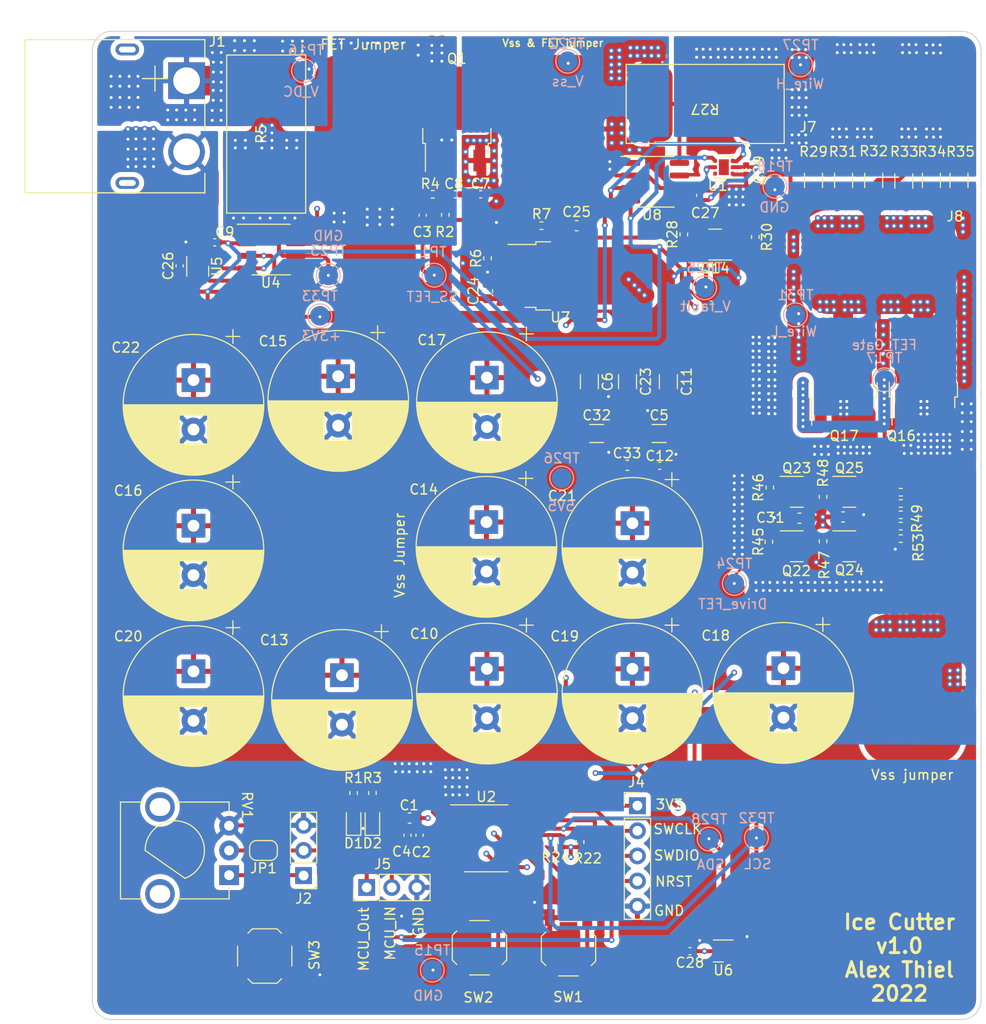
<source format=kicad_pcb>
(kicad_pcb (version 20211014) (generator pcbnew)
  (layers (0 "F.Cu" signal) (1 "In1.Cu" signal) (2 "In2.Cu" signal) (31 "B.Cu" signal) (34 "B.Paste" user) (35 "F.Paste" user) (36 "B.SilkS" user "B.Silkscreen") (37 "F.SilkS" user "F.Silkscreen") (38 "B.Mask" user) (39 "F.Mask" user) (44 "Edge.Cuts" user))
  (net 0 "")
  (net 1 "+3V3")
  (net 2 "GND")
  (net 3 "/SS_in")
  (net 4 "/SS_FET")
  (net 5 "/V_SS")
  (net 6 "Net-(C7-Pad2)")
  (net 7 "Net-(C8-Pad2)")
  (net 8 "Net-(D1-Pad2)")
  (net 9 "Net-(D2-Pad2)")
  (net 10 "VDC")
  (net 11 "/pot")
  (net 12 "/SWCLK")
  (net 13 "/SWDIO")
  (net 14 "/NRST")
  (net 15 "/MCU_Out")
  (net 16 "/MCU_In")
  (net 17 "Net-(JP1-Pad2)")
  (net 18 "Net-(Q14-Pad1)")
  (net 19 "/VOUT_FAULT")
  (net 20 "/FET_GATE")
  (net 21 "/Wire_L")
  (net 22 "Net-(Q22-Pad1)")
  (net 23 "Net-(Q22-Pad3)")
  (net 24 "Net-(Q23-Pad1)")
  (net 25 "Net-(Q23-Pad3)")
  (net 26 "Net-(Q24-Pad1)")
  (net 27 "Net-(Q24-Pad3)")
  (net 28 "/LED1")
  (net 29 "/LED2")
  (net 30 "Net-(R6-Pad2)")
  (net 31 "/SDA")
  (net 32 "/SCL")
  (net 33 "/Wire_H")
  (net 34 "Net-(R31-Pad2)")
  (net 35 "/Drive_FET")
  (net 36 "/PB1")
  (net 37 "/PB2")
  (net 38 "+5V")
  (footprint "Resistor_SMD:R_1206_3216Metric" (layer "F.Cu") (at 237.0328 62.0883 -90)
    (fp_text reference "R29")
    (fp_text value "100R")
  )
  (footprint "Capacitor_THT:CP_Radial_D14.0mm_P5.00mm" (layer "F.Cu") (at 203.962 82.042 -90)
    (fp_text reference "C17")
    (fp_text value "4.7m")
  )
  (footprint "Jumper:SolderJumper-2_P1.3mm_Open_RoundedPad1.0x1.5mm" (layer "F.Cu") (at 181.3318 129.883 180)
    (fp_text reference "JP1")
    (fp_text value "Jumper_2_Open")
  )
  (footprint "Resistor_SMD:R_0402_1005Metric" (layer "F.Cu") (at 190.4598 124.071 -90)
    (fp_text reference "R1")
    (fp_text value "1k5")
  )
  (footprint "4022:res_5930" (layer "F.Cu") (at 181.61 57.404 90)
    (fp_text reference "R5")
    (fp_text value "0.75mR")
  )
  (footprint "Package_SON:WSON-6-1EP_2x2mm_P0.65mm_EP1x1.6mm" (layer "F.Cu") (at 227.8952 140.0556 180)
    (fp_text reference "U6")
    (fp_text value "TMP117")
  )
  (footprint "Package_TO_SOT_SMD:TO-252-2" (layer "F.Cu") (at 248.158 81.534 90)
    (fp_text reference "Q16")
    (fp_text value "Q_NMOS_GDS")
  )
  (footprint "Resistor_SMD:R_0402_1005Metric" (layer "F.Cu") (at 199.7456 65.5828 -90)
    (fp_text reference "R2")
    (fp_text value "3.3M")
  )
  (footprint "4022:SMD_Pad_15x10" (layer "F.Cu") (at 245.0084 53.1876)
    (fp_text reference "J7")
    (fp_text value "Conn_01x01_Male")
  )
  (footprint "Capacitor_SMD:C_1206_3216Metric" (layer "F.Cu") (at 221.4 87.7)
    (fp_text reference "C5")
    (fp_text value "100u")
  )
  (footprint "Package_TO_SOT_SMD:TO-252-2" (layer "F.Cu") (at 200.914 55.88 90)
    (fp_text reference "Q1")
    (fp_text value "Q_PMOS_GDS")
  )
  (footprint "Connector_PinHeader_2.54mm:PinHeader_1x03_P2.54mm_Vertical" (layer "F.Cu") (at 185.3958 132.423 180)
    (fp_text reference "J2")
    (fp_text value "pot")
  )
  (footprint "Resistor_SMD:R_0402_1005Metric" (layer "F.Cu") (at 245.87 94.7801)
    (fp_text reference "R51" hide)
    (fp_text value "100R")
  )
  (footprint "Package_TO_SOT_SMD:TO-252-2" (layer "F.Cu") (at 211.387 71.755)
    (fp_text reference "U7")
    (fp_text value "LM317_TO-252")
  )
  (footprint "Resistor_SMD:R_0402_1005Metric" (layer "F.Cu") (at 237.998 94.107 -90)
    (fp_text reference "R48")
    (fp_text value "1k5")
  )
  (footprint "Package_SO:SOIC-8_3.9x4.9mm_P1.27mm" (layer "F.Cu") (at 220.98 62.23)
    (fp_text reference "U8")
    (fp_text value "INA219AxD")
  )
  (footprint "Capacitor_SMD:C_0603_1608Metric" (layer "F.Cu") (at 240.03 96.139)
    (fp_text reference "C30" hide)
    (fp_text value "10u")
  )
  (footprint "Capacitor_THT:CP_Radial_D14.0mm_P5.00mm" (layer "F.Cu") (at 174.244 111.76 -90)
    (fp_text reference "C20")
    (fp_text value "4.7m")
  )
  (footprint "Package_TO_SOT_SMD:SOT-23" (layer "F.Cu") (at 240.665 93.599)
    (fp_text reference "Q25")
    (fp_text value "S8050_SMD")
  )
  (footprint "Resistor_SMD:R_0402_1005Metric" (layer "F.Cu") (at 231.14 67.818 -90)
    (fp_text reference "R30")
    (fp_text value "330R")
  )
  (footprint "Capacitor_SMD:C_0603_1608Metric" (layer "F.Cu") (at 196.129603 126.605 180)
    (fp_text reference "C1")
    (fp_text value "10u")
  )
  (footprint "Capacitor_SMD:C_0402_1005Metric" (layer "F.Cu") (at 176.4 68.3584 180)
    (fp_text reference "C9")
    (fp_text value "100n")
  )
  (footprint "Resistor_SMD:R_1206_3216Metric" (layer "F.Cu") (at 243.1288 62.0883 -90)
    (fp_text reference "R32")
    (fp_text value "100R")
  )
  (footprint "Capacitor_SMD:C_0603_1608Metric" (layer "F.Cu") (at 213.038 66.675 180)
    (fp_text reference "C25")
    (fp_text value "10u")
  )
  (footprint "Capacitor_THT:CP_Radial_D14.0mm_P5.00mm" (layer "F.Cu") (at 188.9 81.902272 -90)
    (fp_text reference "C15")
    (fp_text value "4.7m")
  )
  (footprint "Capacitor_SMD:C_1206_3216Metric" (layer "F.Cu") (at 222.333 82.4564 -90)
    (fp_text reference "C11")
    (fp_text value "100u")
  )
  (footprint "Resistor_SMD:R_0402_1005Metric" (layer "F.Cu") (at 204.021 69.977 90)
    (fp_text reference "R6")
    (fp_text value "330R")
  )
  (footprint "Resistor_SMD:R_0402_1005Metric" (layer "F.Cu") (at 232.5116 98.6536 90)
    (fp_text reference "R45")
    (fp_text value "4k7")
  )
  (footprint "4022:SMD_Pad_15x10" (layer "F.Cu") (at 188.8236 99.4664 90)
    (fp_text reference "J9" hide)
    (fp_text value "Conn_01x01_Male")
  )
  (footprint "Capacitor_SMD:C_1206_3216Metric" (layer "F.Cu") (at 214.333 82.4564 -90)
    (fp_text reference "C6")
    (fp_text value "100u")
  )
  (footprint "Button_Switch_SMD:SW_SPST_TL3342" (layer "F.Cu") (at 181.4576 140.5636)
    (fp_text reference "SW3")
    (fp_text value "SW_Push")
  )
  (footprint "Connector_PinHeader_2.54mm:PinHeader_1x03_P2.54mm_Vertical" (layer "F.Cu") (at 191.787 133.6314 90)
    (fp_text reference "J5")
    (fp_text value "UART")
  )
  (footprint "Resistor_SMD:R_0402_1005Metric" (layer "F.Cu") (at 211.5712 129.034 -90)
    (fp_text reference "R24")
    (fp_text value "4k7")
  )
  (footprint "Button_Switch_SMD:SW_SPST_TL3342" (layer "F.Cu") (at 203.205 139.725 -90)
    (fp_text reference "SW2")
    (fp_text value "SW_Push")
  )
  (footprint "Capacitor_SMD:C_0402_1005Metric" (layer "F.Cu") (at 221.4564 90.9644)
    (fp_text reference "C12")
    (fp_text value "100n")
  )
  (footprint "4022:SMD_Pad_15x10" (layer "F.Cu") (at 243.586 70.612)
    (fp_text reference "J8")
    (fp_text value "Conn_01x01_Male")
  )
  (footprint "Resistor_SMD:R_1206_3216Metric" (layer "F.Cu") (at 240.0808 62.0883 -90)
    (fp_text reference "R31")
    (fp_text value "100R")
  )
  (footprint "Capacitor_SMD:C_0603_1608Metric" (layer "F.Cu") (at 235.6104 96.266 180)
    (fp_text reference "C31")
    (fp_text value "10u")
  )
  (footprint "Package_SON:WSON-6-1EP_2x2mm_P0.65mm_EP1x1.6mm" (layer "F.Cu") (at 227.954 60.7547)
    (fp_text reference "U1")
    (fp_text value "TMP117")
  )
  (footprint "Resistor_SMD:R_0402_1005Metric" (layer "F.Cu") (at 209.482 66.675)
    (fp_text reference "R7")
    (fp_text value "220R")
  )
  (footprint "Capacitor_SMD:C_1206_3216Metric" (layer "F.Cu") (at 215.0754 87.7)
    (fp_text reference "C32")
    (fp_text value "100u")
  )
  (footprint "Capacitor_THT:CP_Radial_D14.0mm_P5.00mm" (layer "F.Cu") (at 203.962 111.506 -90)
    (fp_text reference "C10")
    (fp_text value "4.7m")
  )
  (footprint "Resistor_SMD:R_0402_1005Metric" (layer "F.Cu") (at 245.872 98.3361 180)
    (fp_text reference "R53")
    (fp_text value "3.3M")
  )
  (footprint "Capacitor_SMD:C_0603_1608Metric" (layer "F.Cu") (at 218.175 90.9136 180)
    (fp_text reference "C33")
    (fp_text value "10u")
  )
  (footprint "Capacitor_THT:CP_Radial_D14.0mm_P5.00mm" (layer "F.Cu") (at 218.694 96.774 -90)
    (fp_text reference "C21")
    (fp_text value "4.7m")
  )
  (footprint "Capacitor_THT:CP_Radial_D14.0mm_P5.00mm" (layer "F.Cu") (at 233.9848 111.443472 -90)
    (fp_text reference "C18")
    (fp_text value "4.7m")
  )
  (footprint "Resistor_SMD:R_0402_1005Metric" (layer "F.Cu") (at 223.901 67.564 90)
    (fp_text reference "R28")
    (fp_text value "4k7")
  )
  (footprint "Diode_SMD:D_0603_1608Metric" (layer "F.Cu") (at 190.4598 126.865 90)
    (fp_text reference "D1")
    (fp_text value "Red")
  )
  (footprint "Connector_PinHeader_2.54mm:PinHeader_1x05_P2.54mm_Vertical" (layer "F.Cu") (at 219.202 125.354)
    (fp_text reference "J4")
    (fp_text value "program2")
  )
  (footprint "Resistor_SMD:R_0402_1005Metric" (layer "F.Cu") (at 198.473 63.5)
    (fp_text reference "R4")
    (fp_text value "100R")
  )
  (footprint "Resistor_SMD:R_0402_1005Metric" (layer "F.Cu") (at 245.868 93.6371)
    (fp_text reference "R52" hide)
    (fp_text value "100R")
  )
  (footprint "Capacitor_SMD:C_0603_1608Metric" (layer "F.Cu") (at 204.021 73.279 90)
    (fp_text reference "C24")
    (fp_text value "10u")
  )
  (footprint "Package_TO_SOT_SMD:SOT-23" (layer "F.Cu") (at 240.665 99.1108)
    (fp_text reference "Q24")
    (fp_text value "S8550")
  )
  (footprint "Capacitor_SMD:C_0402_1005Metric" (layer "F.Cu") (at 172.847 70.739 90)
    (fp_text reference "C26")
    (fp_text value "100n")
  )
  (footprint "4022:SMD_Pad_15x10" (layer "F.Cu") (at 191.516 56.896 -90)
    (fp_text reference "J13" hide)
    (fp_text value "Conn_01x01_Male")
  )
  (footprint "Resistor_SMD:R_1206_3216Metric" (layer "F.Cu") (at 246.1768 62.1498 -90)
    (fp_text reference "R33")
    (fp_text value "100R")
  )
  (footprint "Resistor_SMD:R_1206_3216Metric" (layer "F.Cu") (at 248.9708 62.0883 -90)
    (fp_text reference "R34")
    (fp_text value "100R")
  )
  (footprint "Capacitor_SMD:C_0402_1005Metric" (layer "F.Cu") (at 224.5196 140.072 180)
    (fp_text reference "C28")
    (fp_text value "100n")
  )
  (footprint "XT60PW-M:AMASS_XT60PW-M" (layer "F.Cu") (at 167.545 55.6 90)
    (fp_text reference "J1")
    (fp_text value "XT60PW-M")
  )
  (footprint "Capacitor_SMD:C_0402_1005Metric" (layer "F.Cu") (at 200.759 63.5 180)
    (fp_text reference "C8")
    (fp_text value "100n")
  )
  (footprint "Resistor_SMD:R_0402_1005Metric" (layer "F.Cu") (at 237.998 98.6008 90)
    (fp_text reference "R47")
    (fp_text value "1k5")
  )
  (footprint "4022:res_5930" (layer "F.Cu") (at 226.06 54.356 180)
    (fp_text reference "R27")
    (fp_text value "0.75mR")
  )
  (footprint "4022:SMD_Pad_15x10" (layer "F.Cu") (at 210.566 56.896 90)
    (fp_text reference "J14" hide)
    (fp_text value "Conn_01x01_Male")
  )
  (footprint "Capacitor_SMD:C_1206_3216Metric" (layer "F.Cu") (at 218.1996 82.4564 -90)
    (fp_text reference "C23")
    (fp_text value "100u")
  )
  (footprint "Resistor_SMD:R_1206_3216Metric" (layer "F.Cu") (at 251.7648 62.0883 -90)
    (fp_text reference "R35")
    (fp_text value "100R")
  )
  (footprint "Capacitor_SMD:C_0402_1005Metric" (layer "F.Cu") (at 203.327 63.5 180)
    (fp_text reference "C7")
    (fp_text value "100n")
  )
  (footprint "Package_SO:TSSOP-20_4.4x6.5mm_P0.65mm" (layer "F.Cu") (at 203.8878 128.653)
    (fp_text reference "U2")
    (fp_text value "STM32G030XX")
  )
  (footprint "Diode_SMD:D_0603_1608Metric" (layer "F.Cu") (at 192.3648 126.865 90)
    (fp_text reference "D2")
    (fp_text value "Green")
  )
  (footprint "4022:RK09_THT_Pot_C209770" (layer "F.Cu") (at 177.8528 129.883 90)
    (fp_text reference "RV1")
    (fp_text value "10k")
  )
  (footprint "Capacitor_THT:CP_Radial_D14.0mm_P5.00mm" (layer "F.Cu") (at 189.2808 112.154672 -90)
    (fp_text reference "C13")
    (fp_text value "4.7m")
  )
  (footprint "Capacitor_SMD:C_0402_1005Metric" (layer "F.Cu") (at 230.21 61.0087 -90)
    (fp_text reference "C29")
    (fp_text value "100n")
  )
  (footprint "Button_Switch_SMD:SW_SPST_TL3342" (layer "F.Cu") (at 212.222 139.827 -90)
    (fp_text reference "SW1")
    (fp_text value "SW_Push")
  )
  (footprint "Capacitor_SMD:C_0402_1005Metric" (layer "F.Cu") (at 225.552 63.6016 90)
    (fp_text reference "C27")
    (fp_text value "100n")
  )
  (footprint "Package_TO_SOT_SMD:SOT-23" (layer "F.Cu") (at 235.331 99.1108)
    (fp_text reference "Q22")
    (fp_text value "S8050_SMD")
  )
  (footprint "Resistor_SMD:R_0402_1005Metric" (layer "F.Cu") (at 192.3648 124.069 -90)
    (fp_text reference "R3")
    (fp_text value "1k5")
  )
  (footprint "Capacitor_THT:CP_Radial_D14.0mm_P5.00mm" (layer "F.Cu") (at 203.9112 96.660672 -90)
    (fp_text reference "C14")
    (fp_text value "4.7m")
  )
  (footprint "Resistor_SMD:R_0402_1005Metric" (layer "F.Cu") (at 213.4 129.034 -90)
    (fp_text reference "R22")
    (fp_text value "4k7")
  )
  (footprint "Capacitor_THT:CP_Radial_D14.0mm_P5.00mm" (layer "F.Cu") (at 174.244 82.296 -90)
    (fp_text reference "C22")
    (fp_text value "4.7m")
  )
  (footprint "Package_TO_SOT_SMD:SOT-23" (layer "F.Cu") (at 227.076 68.58 180)
    (fp_text reference "Q14")
    (fp_text value "Q_NMOS_GSD")
  )
  (footprint "Resistor_SMD:R_0402_1005Metric" (layer "F.Cu") (at 232.6132 93.1672 90)
    (fp_text reference "R46")
    (fp_text value "4k7")
  )
  (footprint "Capacitor_SMD:C_0402_1005Metric" (layer "F.Cu") (at 197.4596 65.6108 -90)
    (fp_text reference "C3")
    (fp_text value "100n")
  )
  (footprint "Resistor_SMD:R_0402_1005Metric" (layer "F.Cu") (at 245.87 95.9231)
    (fp_text reference "R50" hide)
    (fp_text value "100R")
  )
  (footprint "Package_TO_SOT_SMD:TO-252-2" (layer "F.Cu") (at 240.031 81.569 90)
    (fp_text reference "Q17")
    (fp_text value "Q_NMOS_GDS")
  )
  (footprint "Package_SO:SOIC-8_3.9x4.9mm_P1.27mm" (layer "F.Cu") (at 182.118 69.088)
    (fp_text reference "U4")
    (fp_text value "INA219AxD")
  )
  (footprint "Package_TO_SOT_SMD:SOT-23" (layer "F.Cu") (at 235.331 93.599)
    (fp_text reference "Q23")
    (fp_text value "S8050_SMD")
  )
  (footprint "4022:SMD_Pad_15x10" (layer "F.Cu") (at 247.0404 113.4872 90)
    (fp_text reference "J11" hide)
    (fp_text value "Conn_01x01_Male")
  )
  (footprint "Resistor_SMD:R_0402_1005Metric" (layer "F.Cu") (at 245.87 97.0661)
    (fp_text reference "R49")
    (fp_text value "100R")
  )
  (footprint "Capacitor_THT:CP_Radial_D14.0mm_P5.00mm" (layer "F.Cu") (at 174.244 97.028 -90)
    (fp_text reference "C16")
    (fp_text value "4.7m")
  )
  (footprint "Capacitor_SMD:C_0402_1005Metric" (layer "F.Cu") (at 197.1348 128.345 -90)
    (fp_text reference "C2")
    (fp_text value "100n")
  )
  (footprint "Package_SON:WSON-6-1EP_2x2mm_P0.65mm_EP1x1.6mm" (layer "F.Cu") (at 174.6758 70.7898 -90)
    (fp_text reference "U5")
    (fp_text value "TMP117")
  )
  (footprint "Capacitor_SMD:C_0402_1005Metric" (layer "F.Cu") (at 195.918603 128.344 -90)
    (fp_text reference "C4")
    (fp_text value "100n")
  )
  (footprint "Capacitor_THT:CP_Radial_D14.0mm_P5.00mm" (layer "F.Cu") (at 218.694 111.506 -90)
    (fp_text reference "C19")
    (fp_text value "4.7m")
  )
  (footprint "TestPoint:TestPoint_Pad_D2.0mm" (layer "B.Cu") (at 187.9 71.7 180)
    (fp_text reference "TP23")
    (fp_text value "TestPoint")
  )
  (footprint "TestPoint:TestPoint_Pad_D2.0mm" (layer "B.Cu") (at 244.22 82.261 180)
    (fp_text reference "TP17")
    (fp_text value "TestPoint")
  )
  (footprint "TestPoint:TestPoint_Pad_D2.0mm" (layer "B.Cu") (at 211.5312 92.202 180)
    (fp_text reference "TP26")
    (fp_text value "TestPoint")
  )
  (footprint "TestPoint:TestPoint_Pad_D2.0mm" (layer "B.Cu") (at 226.4664 128.7272 180)
    (fp_text reference "TP28")
    (fp_text value "TestPoint")
  )
  (footprint "TestPoint:TestPoint_Pad_D2.0mm" (layer "B.Cu") (at 185.3884 50.9848 180)
    (fp_text reference "TP16")
    (fp_text value "TestPoint")
  )
  (footprint "TestPoint:TestPoint_Pad_D2.0mm" (layer "B.Cu") (at 198.628 71.6788 180)
    (fp_text reference "TP1")
    (fp_text value "TestPoint")
  )
  (footprint "TestPoint:TestPoint_Pad_D2.0mm" (layer "B.Cu") (at 235.204 75.692 180)
    (fp_text reference "TP31")
    (fp_text value "TestPoint")
  )
  (footprint "TestPoint:TestPoint_Pad_D2.0mm" (layer "B.Cu") (at 231.252 128.6152 180)
    (fp_text reference "TP32")
    (fp_text value "TestPoint")
  )
  (footprint "TestPoint:TestPoint_Pad_D2.0mm" (layer "B.Cu") (at 212.1408 50.038 180)
    (fp_text reference "TP22")
    (fp_text value "TestPoint")
  )
  (footprint "TestPoint:TestPoint_Pad_D2.0mm" (layer "B.Cu") (at 198.4248 141.986 180)
    (fp_text reference "TP15")
    (fp_text value "TestPoint")
  )
  (footprint "TestPoint:TestPoint_Pad_D2.0mm" (layer "B.Cu") (at 187.0456 75.7936 180)
    (fp_text reference "TP33")
    (fp_text value "TestPoint")
  )
  (footprint "TestPoint:TestPoint_Pad_D2.0mm" (layer "B.Cu") (at 235.712 50.3936 180)
    (fp_text reference "TP27")
    (fp_text value "TestPoint")
  )
  (footprint "TestPoint:TestPoint_Pad_D2.0mm" (layer "B.Cu") (at 226.0092 72.9488 180)
    (fp_text reference "TP25")
    (fp_text value "TestPoint")
  )
  (footprint "TestPoint:TestPoint_Pad_D2.0mm" (layer "B.Cu") (at 233.1212 62.6872 180)
    (fp_text reference "TP18")
    (fp_text value "TestPoint")
  )
  (footprint "TestPoint:TestPoint_Pad_D2.0mm" (layer "B.Cu") (at 229.0064 102.87 180)
    (fp_text reference "TP24")
    (fp_text value "TestPoint")
  )
  (gr_line (start 254 51) (end 254 143) (layer "Edge.Cuts") (width 0.1))
  (gr_line (start 164.000001 145) (end 164 49) (layer "Edge.Cuts") (width 0.1))
  (gr_line (start 251.5 147) (end 252 147) (layer "Edge.Cuts") (width 0.1))
  (gr_line (start 166.000001 147) (end 250 147) (layer "Edge.Cuts") (width 0.1))
  (gr_line (start 254 144.5) (end 254 144.9) (layer "Edge.Cuts") (width 0.1))
  (gr_arc (start 254 145) (mid 253.414214 146.414214) (end 252 147) (layer "Edge.Cuts") (width 0.1))
  (gr_line (start 251.8156 47) (end 166 47) (layer "Edge.Cuts") (width 0.1))
  (gr_arc (start 252 47) (mid 253.414214 47.585786) (end 254 49) (layer "Edge.Cuts") (width 0.1))
  (gr_arc (start 166.000001 147) (mid 164.585787 146.414214) (end 164.000001 145) (layer "Edge.Cuts") (width 0.1))
  (gr_line (start 254 144.9) (end 254 145) (layer "Edge.Cuts") (width 0.1))
  (gr_line (start 254 143) (end 254 144.5) (layer "Edge.Cuts") (width 0.1))
  (gr_line (start 254 49) (end 254 49.276) (layer "Edge.Cuts") (width 0.1))
  (gr_arc (start 164 49) (mid 164.585786 47.585786) (end 166 47) (layer "Edge.Cuts") (width 0.1))
  (gr_line (start 251.8156 47) (end 252 47) (layer "Edge.Cuts") (width 0.1))
  (gr_line (start 250 147) (end 251.5 147) (layer "Edge.Cuts") (width 0.1))
  (gr_line (start 254 51) (end 254 49.276) (layer "Edge.Cuts") (width 0.1))
  (gr_text "GND" (at 198.0184 144.5768) (layer "B.SilkS") (effects (font (size 1 1)) (justify mirror)))
  (gr_text "Wire_H" (at 235.6612 52.324) (layer "B.SilkS") (effects (font (size 1 1)) (justify mirror)))
  (gr_text "V_DC" (at 185.1344 53.1184) (layer "B.SilkS") (effects (font (size 1 1)) (justify mirror)))
  (gr_text "+3V3" (at 187.198 77.8256) (layer "B.SilkS") (effects (font (size 1 1)) (justify mirror)))
  (gr_text "GND" (at 187.9 67.7) (layer "B.SilkS") (effects (font (size 1 1)) (justify mirror)))
  (gr_text "5V5" (at 211.4804 95.0468) (layer "B.SilkS") (effects (font (size 1 1)) (justify mirror)))
  (gr_text "SCL\n" (at 231.394 131.2672) (layer "B.SilkS") (effects (font (size 1 1)) (justify mirror)))
  (gr_text "FET_Gate" (at 244.1956 78.74) (layer "B.SilkS") (effects (font (size 1 1)) (justify mirror)))
  (gr_text "Drive_FET" (at 228.854 104.9528) (layer "B.SilkS") (effects (font (size 1 1)) (justify mirror)))
  (gr_text "GND" (at 233.0704 64.8208) (layer "B.SilkS") (effects (font (size 1 1)) (justify mirror)))
  (gr_text "V_fault\n" (at 226.1108 74.8284) (layer "B.SilkS") (effects (font (size 1 1)) (justify mirror)))
  (gr_text "SDA\n" (at 226.6188 131.318) (layer "B.SilkS") (effects (font (size 1 1)) (justify mirror)))
  (gr_text "V_ss" (at 212.1408 52.07) (layer "B.SilkS") (effects (font (size 1 1)) (justify mirror)))
  (gr_text "SS_FET" (at 198.4248 73.8632) (layer "B.SilkS") (effects (font (size 1 1)) (justify mirror)))
  (gr_text "Wire_L" (at 235.0516 77.3684) (layer "B.SilkS") (effects (font (size 1 1)) (justify mirror)))
  (gr_text "3V3" (at 222.447 125.229) (layer "F.SilkS") (effects (font (size 1 1))))
  (gr_text "MCU_IN" (at 194.1768 138.2592 90) (layer "F.SilkS") (effects (font (size 1 1))))
  (gr_text "SWDIO" (at 223.1836 130.3852) (layer "F.SilkS") (effects (font (size 1 1))))
  (gr_text "SWCLK" (at 223.2852 127.7182) (layer "F.SilkS") (effects (font (size 1 1))))
  (gr_text "Vss jumper" (at 247.0404 122.2248) (layer "F.SilkS") (effects (font (size 1 1))))
  (gr_text "Vss Jumper" (at 195.1228 100.0252 90) (layer "F.SilkS") (effects (font (size 1 1))))
  (gr_text "GND" (at 197.0216 137.0908 90) (layer "F.SilkS") (effects (font (size 1 1))))
  (gr_text "NRST" (at 222.8788 133.0268) (layer "F.SilkS") (effects (font (size 1 1))))
  (gr_text "Ice Cutter\nv1.0\nAlex Thiel\n2022" (at 245.7388 140.7484) (layer "F.SilkS") (effects (font (size 1.5 1.5) (thickness 0.3))))
  (gr_text "FET Jumper" (at 191.4336 48.3432) (layer "F.SilkS") (effects (font (size 1 1))))
  (gr_text "MCU_Out" (at 191.4844 138.8688 90) (layer "F.SilkS") (effects (font (size 1 1))))
  (gr_text "GND" (at 222.4216 135.9732) (layer "F.SilkS") (effects (font (size 1 1))))
  (gr_text "Vss & FET jumper" (at 210.636 48.1908) (layer "F.SilkS") (effects (font (size 0.75 0.75))))
  (segment (start 177.8528 132.383) (end 185.3558 132.383) (width 0.4) (layer "F.Cu") (net 1))
  (segment (start 222.046 67.054) (end 222.046 66.254) (width 0.4) (layer "F.Cu") (net 1))
  (segment (start 229.984 60.7547) (end 228.854 60.7547) (width 0.4) (layer "F.Cu") (net 1))
  (segment (start 175.6788 73.3428) (end 174.0296 73.3428) (width 0.4) (layer "F.Cu") (net 1))
  (segment (start 225.4986 64.135) (end 225.552 64.0816) (width 0.4) (layer "F.Cu") (net 1))
  (segment (start 215.410528 125.356) (end 214.750128 124.6956) (width 0.4) (layer "F.Cu") (net 1))
  (segment (start 225.552 64.0816) (end 226.41885 64.0816) (width 0.4) (layer "F.Cu") (net 1))
  (segment (start 219.5576 73.3552) (end 219.9136 73.7112) (width 2) (layer "F.Cu") (net 1))
  (segment (start 174.6758 73.3306) (end 174.6758 71.6898) (width 0.4) (layer "F.Cu") (net 1))
  (segment (start 173.2428 73.3428) (end 172.847 72.947) (width 0.4) (layer "F.Cu") (net 1))
  (segment (start 175.6788 75.5788) (end 175.6788 73.3428) (width 0.4) (layer "F.Cu") (net 1))
  (segment (start 209.3468 75.8952) (end 213.487 71.755) (width 1.2) (layer "F.Cu") (net 1))
  (segment (start 222.046 67.054) (end 223.901 67.054) (width 0.4) (layer "F.Cu") (net 1))
  (segment (start 195.948603 127.894) (end 195.918603 127.864) (width 0.4) (layer "F.Cu") (net 1))
  (segment (start 214.750128 124.6956) (end 204.8694 124.6956) (width 0.4) (layer "F.Cu") (net 1))
  (segment (start 175.6788 73.3428) (end 173.2428 73.3428) (width 0.4) (layer "F.Cu") (net 1))
  (segment (start 230.4381 60.7568) (end 230.21 60.5287) (width 0.4) (layer "F.Cu") (net 1))
  (segment (start 183.5404 73.3552) (end 175.6912 73.3552) (width 0.4) (layer "F.Cu") (net 1))
  (segment (start 217.9574 71.755) (end 218.3134 72.111) (width 2) (layer "F.Cu") (net 1))
  (segment (start 197.138603 127.894) (end 195.948603 127.894) (width 0.4) (layer "F.Cu") (net 1))
  (segment (start 213.813 67.551) (end 213.487 67.877) (width 0.4) (layer "F.Cu") (net 1))
  (segment (start 175.9952 75.8952) (end 175.6788 75.5788) (width 0.4) (layer "F.Cu") (net 1))
  (segment (start 219.2 125.356) (end 215.410528 125.356) (width 0.4) (layer "F.Cu") (net 1))
  (segment (start 184.593 72.3026) (end 183.5404 73.3552) (width 0.4) (layer "F.Cu") (net 1))
  (segment (start 221.223 67.877) (end 222.046 67.054) (width 0.4) (layer "F.Cu") (net 1))
  (segment (start 172.847 72.947) (end 172.847 71.219) (width 0.4) (layer "F.Cu") (net 1))
  (segment (start 219.202 125.354) (end 219.2 125.356) (width 0.4) (layer "F.Cu") (net 1))
  (segment (start 176.88 68.3584) (end 177.6642 68.3584) (width 0.4) (layer "F.Cu") (net 1))
  (segment (start 197.138603 127.894) (end 197.138603 126.839) (width 0.4) (layer "F.Cu") (net 1))
  (segment (start 213.487 67.877) (end 211.194 67.877) (width 0.4) (layer "F.Cu") (net 1))
  (segment (start 213.813 66.675) (end 213.813 67.551) (width 0.4) (layer "F.Cu") (net 1))
  (segment (start 204.8694 124.6956) (end 201.887 127.678) (width 0.4) (layer "F.Cu") (net 1))
  (segment (start 211.194 67.877) (end 209.992 66.675) (width 0.4) (layer "F.Cu") (net 1))
  (segment (start 223.455 64.845) (end 223.455 64.135) (width 0.4) (layer "F.Cu") (net 1))
  (segment (start 185.3558 132.383) (end 185.3958 132.423) (width 0.4) (layer "F.Cu") (net 1))
  (segment (start 174.6696 73.3368) (end 174.6758 73.3306) (width 0.4) (layer "F.Cu") (net 1))
  (segment (start 174.0258 73.339) (end 174.0258 71.6898) (width 0.4) (layer "F.Cu") (net 1))
  (segment (start 218.3134 72.111) (end 218.8972 72.6948) (width 2) (layer "F.Cu") (net 1))
  (segment (start 224.9996 140.072) (end 225.9928 140.072) (width 0.4) (layer "F.Cu") (net 1))
  (segment (start 226.41885 64.0816) (end 226.6622 63.83825) (width 0.4) (layer "F.Cu") (net 1))
  (segment (start 177.6642 68.3584) (end 177.7588 68.453) (width 0.4) (layer "F.Cu") (net 1))
  (segment (start 231.1908 60.7568) (end 230.4381 60.7568) (width 0.4) (layer "F.Cu") (net 1))
  (segment (start 213.487 67.877) (end 221.223 67.877) (width 0.4) (layer "F.Cu") (net 1))
  (segment (start 226.9952 140.0681) (end 226.9952 140.0556) (width 0.4) (layer "F.Cu") (net 1))
  (segment (start 213.487 71.755) (end 213.487 67.877) (width 0.4) (layer "F.Cu") (net 1))
  (segment (start 187.0456 75.8952) (end 175.9952 75.8952) (width 0.4) (layer "F.Cu") (net 1))
  (segment (start 209.3468 75.8952) (end 186.9948 75.8952) (width 1.2) (layer "F.Cu") (net 1))
  (segment (start 219.3802 73.1778) (end 219.5576 73.3552) (width 2) (layer "F.Cu") (net 1))
  (segment (start 212.4582 129.544) (end 213.4 129.544) (width 0.4) (layer "F.Cu") (net 1))
  (segment (start 197.138603 126.839) (end 196.904603 126.605) (width 0.4) (layer "F.Cu") (net 1))
  (segment (start 217.9574 71.755) (end 213.487 71.755) (width 2) (layer "F.Cu") (net 1))
  (segment (start 226.9913 140.072) (end 226.9952 140.0681) (width 0.4) (layer "F.Cu") (net 1))
  (segment (start 230.21 60.5287) (end 229.984 60.7547) (width 0.4) (layer "F.Cu") (net 1))
  (segment (start 179.643 68.453) (end 177.7588 68.453) (width 0.4) (layer "F.Cu") (net 1))
  (segment (start 184.593 70.993) (end 184.593 72.3026) (width 0.4) (layer "F.Cu") (net 1))
  (segment (start 174.0296 73.3428) (end 174.0258 73.339) (width 0.4) (layer "F.Cu") (net 1))
  (segment (start 201.887 127.678) (end 201.0253 127.678) (width 0.4) (layer "F.Cu") (net 1))
  (segment (start 211.5712 129.544) (end 212.4582 129.544) (width 0.4) (layer "F.Cu") (net 1))
  (segment (start 212.4582 130.556) (end 212.4582 129.544) (width 0.4) (layer "F.Cu") (net 1))
  (segment (start 222.046 66.254) (end 223.455 64.845) (width 0.4) (layer "F.Cu") (net 1))
  (segment (start 223.455 64.135) (end 225.4986 64.135) (width 0.4) (layer "F.Cu") (net 1))
  (segment (start 196.904603 126.605) (end 197.977603 126.605) (width 0.4) (layer "F.Cu") (net 1))
  (segment (start 225.9928 140.072) (end 226.9913 140.072) (width 0.4) (layer "F.Cu") (net 1))
  (segment (start 218.8972 72.6948) (end 219.3802 73.1778) (width 2) (layer "F.Cu") (net 1))
  (via (at 231.1908 60.7568) (size 0.6) (drill 0.3) (layers "F.Cu" "B.Cu") (net 1))
  (via (at 187.0456 75.8952) (size 0.6) (drill 0.3) (layers "F.Cu" "B.Cu") (net 1))
  (via (at 225.9928 140.072) (size 0.6) (drill 0.3) (layers "F.Cu" "B.Cu") (net 1))
  (via (at 218.8972 72.6948) (size 0.6) (drill 0.3) (layers "F.Cu" "B.Cu") (net 1))
  (via (at 219.9136 73.7112) (size 0.6) (drill 0.3) (layers "F.Cu" "B.Cu") (net 1))
  (via (at 175.6788 73.3428) (size 0.6) (drill 0.3) (layers "F.Cu" "B.Cu") (net 1))
  (via (at 212.4582 129.544) (size 0.6) (drill 0.3) (layers "F.Cu" "B.Cu") (net 1))
  (via (at 212.4582 130.556) (size 0.6) (drill 0.3) (layers "F.Cu" "B.Cu") (net 1))
  (via (at 218.3134 72.111) (size 0.6) (drill 0.3) (layers "F.Cu" "B.Cu") (net 1))
  (via (at 219.3802 73.1778) (size 0.6) (drill 0.3) (layers "F.Cu" "B.Cu") (net 1))
  (via (at 197.977603 126.605) (size 0.6) (drill 0.3) (layers "F.Cu" "B.Cu") (net 1))
  (via (at 177.7588 68.453) (size 0.6) (drill 0.3) (layers "F.Cu" "B.Cu") (net 1))
  (via (at 226.6622 63.83825) (size 0.6) (drill 0.3) (layers "F.Cu" "B.Cu") (net 1))
  (segment (start 226.6622 63.83825) (end 228.39045 62.11) (width 0.4) (layer "B.Cu") (net 1))
  (segment (start 178.886 70.1356) (end 178.886 69.5802) (width 0.4) (layer "B.Cu") (net 1))
  (segment (start 229.99 62.11) (end 231.1908 60.9092) (width 0.4) (layer "B.Cu") (net 1))
  (segment (start 231.1908 60.9092) (end 231.1908 60.7568) (width 0.4) (layer "B.Cu") (net 1))
  (segment (start 175.6788 73.3428) (end 178.886 70.1356) (width 0.4) (layer "B.Cu") (net 1))
  (segment (start 228.39045 62.11) (end 229.99 62.11) (width 0.4) (layer "B.Cu") (net 1))
  (segment (start 178.886 69.5802) (end 177.7588 68.453) (width 0.4) (layer "B.Cu") (net 1))
  (segment (start 248.539 85.725) (end 250.429 85.725) (width 2) (layer "F.Cu") (net 2))
  (segment (start 199.172 128.328) (end 201.0253 128.328) (width 0.4) (layer "F.Cu") (net 2))
  (segment (start 230.21 61.4887) (end 230.21 62.7028) (width 0.4) (layer "F.Cu") (net 2))
  (segment (start 174.6758 69.8898) (end 174.6758 68.9242) (width 0.4) (layer "F.Cu") (net 2))
  (segment (start 243.84 102.7684) (end 243.8908 102.7176) (width 1.4) (layer "F.Cu") (net 2))
  (segment (start 222.875 85.652) (end 222.875 87.7) (width 0.4) (layer "F.Cu") (net 2))
  (segment (start 204.9272 66.3728) (end 204.9272 66.3448) (width 0.4) (layer "F.Cu") (net 2))
  (segment (start 201.663 66.1286) (end 202.3344 66.8) (width 0.4) (layer "F.Cu") (net 2))
  (segment (start 230.3 138.6) (end 230.3 139.6) (width 0.4) (layer "F.Cu") (net 2))
  (segment (start 242.311 88.813) (end 241.427 89.697) (width 2) (layer "F.Cu") (net 2))
  (segment (start 245.3132 99.4029) (end 245.3132 98.3849) (width 0.4) (layer "F.Cu") (net 2))
  (segment (start 210.322 136.677) (end 210.322 136.662) (width 0.4) (layer "F.Cu") (net 2))
  (segment (start 185.3958 127.343) (end 177.8928 127.343) (width 0.4) (layer "F.Cu") (net 2))
  (segment (start 228.5 65.6) (end 228.4984 65.5984) (width 0.4) (layer "F.Cu") (net 2))
  (segment (start 187.9 70.2) (end 187.9 71.7) (width 0.4) (layer "F.Cu") (net 2))
  (segment (start 205.7584 65.5136) (end 211.1016 65.5136) (width 0.4) (layer "F.Cu") (net 2))
  (segment (start 218.505 61.595) (end 217.043 61.595) (width 0.4) (layer "F.Cu") (net 2))
  (segment (start 250.438 88.179) (end 249.555 89.062) (width 2) (layer "F.Cu") (net 2))
  (segment (start 184.6076 142.4636) (end 187.0406 142.4636) (width 0.4) (layer "F.Cu") (net 2))
  (segment (start 230.21 62.7028) (end 229.9208 62.992) (width 0.4) (layer "F.Cu") (net 2))
  (segment (start 190.4598 127.6525) (end 191.4173 127.6525) (width 0.4) (layer "F.Cu") (net 2))
  (segment (start 222.333 84.9824) (end 222.333 83.9314) (width 0.4) (layer "F.Cu") (net 2))
  (segment (start 216.535 60.325) (end 216.408 60.198) (width 0.4) (layer "F.Cu") (net 2))
  (segment (start 216.4136 90.9136) (end 217.4 90.9136) (width 0.4) (layer "F.Cu") (net 2))
  (segment (start 172.847 69.253) (end 173.1758 68.9242) (width 0.4) (layer "F.Cu") (net 2))
  (segment (start 174.6758 68.53) (end 174.8474 68.3584) (width 0.4) (layer "F.Cu") (net 2))
  (segment (start 195.784 136.525) (end 195.326 136.525) (width 0.4) (layer "F.Cu") (net 2))
  (segment (start 223.1 90.8) (end 222.9356 90.9644) (width 0.4) (layer "F.Cu") (net 2))
  (segment (start 204.9272 66.3448) (end 205.7584 65.5136) (width 0.4) (layer "F.Cu") (net 2))
  (segment (start 216.5504 89.3496) (end 216.3 89.6) (width 0.4) (layer "F.Cu") (net 2))
  (segment (start 217.043 61.595) (end 216.408 60.96) (width 0.4) (layer "F.Cu") (net 2))
  (segment (start 218.505 60.325) (end 216.535 60.325) (width 0.4) (layer "F.Cu") (net 2))
  (segment (start 249.555 89.062) (end 248.285 89.062) (width 2) (layer "F.Cu") (net 2))
  (segment (start 216.2748 83.954) (end 218.177 83.954) (width 0.4) (layer "F.Cu") (net 2))
  (segment (start 239.522 89.697) (end 237.2518 89.697) (width 2) (layer "F.Cu") (net 2))
  (segment (start 221.5134 62.865) (end 223.455 62.865) (width 0.4) (layer "F.Cu") (net 2))
  (segment (start 222.5994 85.3764) (end 222.875 85.652) (width 0.4) (layer "F.Cu") (net 2))
  (segment (start 182.9 69.323) (end 183.3 69.723) (width 0.4) (layer "F.Cu") (net 2))
  (segment (start 218.177 83.954) (end 218.1996 83.9314) (width 0.4) (layer "F.Cu") (net 2))
  (segment (start 223.1 89.8) (end 223.1 87.925) (width 0.4) (layer "F.Cu") (net 2))
  (segment (start 241.427 89.697) (end 240.157 89.697) (width 2) (layer "F.Cu") (net 2))
  (segment (start 173.482 68.782) (end 173.482 68.326) (width 0.4) (layer "F.Cu") (net 2))
  (segment (start 173.6242 68.9242) (end 174.6758 68.9242) (width 0.4) (layer "F.Cu") (net 2))
  (segment (start 216.5504 87.7) (end 216.5504 89.3496) (width 0.4) (layer "F.Cu") (net 2))
  (segment (start 242.311 88.347) (end 242.311 88.813) (width 2) (layer "F.Cu") (net 2))
  (segment (start 181.5 67.183) (end 182.9 68.583) (width 0.4) (layer "F.Cu") (net 2))
  (segment (start 230.3 139.6) (end 229.8444 140.0556) (width 0.4) (layer "F.Cu") (net 2))
  (segment (start 204.021 72.504) (end 204.021 71.3658) (width 0.4) (layer "F.Cu") (net 2))
  (segment (start 195.948603 128.854) (end 195.918603 128.824) (width 0.4) (layer "F.Cu") (net 2))
  (segment (start 240.805 96.139) (end 240.805 94.6026) (width 0.4) (layer "F.Cu") (net 2))
  (segment (start 233.4615 95.8241) (end 233.0704 96.2152) (width 0.4) (layer "F.Cu") (net 2))
  (segment (start 226.2124 61.0108) (end 226.4685 60.7547) (width 0.4) (layer "F.Cu") (net 2))
  (segment (start 210.322 136.662) (end 208.788 135.128) (width 0.4) (layer "F.Cu") (net 2))
  (segment (start 223.1 87.925) (end 222.875 87.7) (width 0.4) (layer "F.Cu") (net 2))
  (segment (start 221.939 85.3764) (end 222.333 84.9824) (width 0.4) (layer "F.Cu") (net 2))
  (segment (start 182.9 68.583) (end 182.9 69.323) (width 0.4) (layer "F.Cu") (net 2))
  (segment (start 242.1128 95.9104) (end 241.0336 95.9104) (width 0.4) (layer "F.Cu") (net 2))
  (segment (start 228.9255 61.4887) (end 228.854 61.4172) (width 0.4) (layer "F.Cu") (net 2))
  (segment (start 234.3935 95.8241) (end 233.4615 95.8241) (width 0.4) (layer "F.Cu") (net 2))
  (segment (start 220.2434 61.595) (end 221.5134 62.865) (width 0.4) (layer "F.Cu") (net 2))
  (segment (start 234.9114 103.5304) (end 236.3084 103.5304) (width 1.4) (layer "F.Cu") (net 2))
  (segment (start 228.0135 66.0865) (end 228.5 65.6) (width 0.4) (layer "F.Cu") (net 2))
  (segment (start 184.593 69.723) (end 187.423 69.723) (width 0.4) (layer "F.Cu") (net 2))
  (segment (start 223.455 62.865) (end 225.2954 62.865) (width 0.4) (layer "F.Cu") (net 2))
  (segment (start 211.1016 65.5136) (end 212.263 66.675) (width 0.4) (layer "F.Cu") (net 2))
  (segment (start 228.0135 67.63) (end 228.0135 66.0865) (width 0.4) (layer "F.Cu") (net 2))
  (segment (start 234.3935 100.0608) (end 234.3935 103.0125) (width 1.4) (layer "F.Cu") (net 2))
  (segment (start 221.939 85.3764) (end 222.5994 85.3764) (width 0.4) (layer "F.Cu") (net 2))
  (segment (start 230.21 61.4887) (end 228.9255 61.4887) (width 0.4) (layer "F.Cu") (net 2))
  (segment (start 174.6758 68.9242) (end 174.6758 68.53) (width 0.4) (layer "F.Cu") (net 2))
  (segment (start 245.3132 98.3849) (end 245.362 98.3361) (width 0.4) (layer "F.Cu") (net 2))
  (segment (start 172.847 70.259) (end 172.847 69.253) (width 0.4) (layer "F.Cu") (net 2))
  (segment (start 240.411 85.725) (end 242.267 85.725) (width 2) (layer "F.Cu") (net 2))
  (segment (start 242.267 85.725) (end 242.311 85.769) (width 2) (layer "F.Cu") (net 2))
  (segment (start 210.322 136.677) (end 210.322 142.977) (width 0.4) (layer "F.Cu") (net 2))
  (segment (start 241.0336 95.9104) (end 240.805 96.139) (width 0.4) (layer "F.Cu") (net 2))
  (segment (start 199.7456 66.0928) (end 201.663 66.0928) (width 0.4) (layer "F.Cu") (net 2))
  (segment (start 236.3084 103.5304) (end 231.2924 103.5304) (width 1.4) (layer "F.Cu") (net 2))
  (segment (start 173.6242 68.9242) (end 173.482 68.782) (width 0.4) (layer "F.Cu") (net 2))
  (segment (start 177.8928 127.343) (end 177.8528 127.383) (width 0.4) (layer "F.Cu") (net 2))
  (segment (start 239.776 85.09) (end 240.411 85.725) (width 2) (layer "F.Cu") (net 2))
  (segment (start 218.505 61.595) (end 220.2434 61.595) (width 0.4) (layer "F.Cu") (net 2))
  (segment (start 240.805 94.6026) (end 240.7514 94.549) (width 0.4) (layer "F.Cu") (net 2))
  (segment (start 228.854 61.4172) (end 228.854 61.4047) (width 0.4) (layer "F.Cu") (net 2))
  (segment (start 174.8474 68.3584) (end 175.92 68.3584) (width 0.4) (layer "F.Cu") (net 2))
  (segment (start 228.3688 63.1216) (end 228.4984 62.992) (width 0.4) (layer "F.Cu") (net 2))
  (segment (start 187.423 69.723) (end 187.9 70.2) (width 0.4) (layer "F.Cu") (net 2))
  (segment (start 196.867 133.6314) (end 196.867 135.442) (width 0.4) (layer "F.Cu") (net 2))
  (segment (start 239.776 84.455) (end 239.776 85.09) (width 2) (layer "F.Cu") (net 2))
  (segment (start 247.904 84.455) (end 247.904 85.09) (width 2) (layer "F.Cu") (net 2))
  (segment (start 242.311 85.769) (end 242.311 88.347) (width 2) (layer "F.Cu") (net 2))
  (segment (start 196.867 135.442) (end 195.784 136.525) (width 0.4) (layer "F.Cu") (net 2))
  (segment (start 240.7514 94.549) (end 239.7275 94.549) (width 0.4) (layer "F.Cu") (net 2))
  (segment (start 234.3935 103.0125) (end 234.9114 103.5304) (width 1.4) (layer "F.Cu") (net 2))
  (segment (start 247.904 85.09) (end 248.539 85.725) (width 2) (layer "F.Cu") (net 2))
  (segment (start 202.3344 66.8) (end 204.5 66.8) (width 0.4) (layer "F.Cu") (net 2))
  (segment (start 204.5 66.8) (end 204.9272 66.3728) (width 0.4) (layer "F.Cu") (net 2))
  (segment (start 184.6076 142.4636) (end 178.3076 142.4636) (width 0.4) (layer "F.Cu") (net 2))
  (segment (start 191.4173 127.6525) (end 192.3648 127.6525) (width 0.4) (layer "F.Cu") (net 2))
  (segment (start 223.1 89.8) (end 223.1 90.8) (width 0.4) (layer "F.Cu") (net 2))
  (segment (start 214.3556 83.954) (end 214.333 83.9314) (width 0.4) (layer "F.Cu") (net 2))
  (segment (start 234.3935 95.8241) (end 234.8354 96.266) (width 0.4) (layer "F.Cu") (net 2))
  (segment (start 225.2954 62.865) (end 225.552 63.1216) (width 0.4) (layer "F.Cu") (net 2))
  (segment (start 246.8784 89.062) (end 246.510149 89.430251) (width 2) (layer "F.Cu") (net 2))
  (segment (start 247.65 89.062) (end 246.8784 89.062) (width 2) (layer "F.Cu") (net 2))
  (segment (start 250.438 85.734) (end 250.438 88.179) (width 2) (layer "F.Cu") (net 2))
  (segment (start 229.8444 140.0556) (end 228.7952 140.0556) (width 0.4) (layer "F.Cu") (net 2))
  (segment (start 198.675 128.825) (end 199.172 128.328) (width 0.4) (layer "F.Cu") (net 2))
  (segment (start 243.8908 103.5304) (end 236.3084 103.5304) (width 1.4) (layer "F.Cu") (net 2))
  (segment (start 197.138603 128.854) (end 195.948603 128.854) (width 0.4) (layer "F.Cu") (net 2))
  (segment (start 226.4685 60.7547) (end 227.054 60.7547) (width 0.4) (layer "F.Cu") (net 2))
  (segment (start 204.021 71.3658) (end 204.021 70.487) (width 0.4) (layer "F.Cu") (net 2))
  (segment (start 216.3 89.6) (end 216.3 90.8) (width 0.4) (layer "F.Cu") (net 2))
  (segment (start 197.1348 128.825) (end 198.675 128.825) (width 0.4) (layer "F.Cu") (net 2))
  (segment (start 183.3 69.723) (end 184.593 69.723) (width 0.4) (layer "F.Cu") (net 2))
  (segment (start 237.2518 89.697) (end 237.1344 89.8144) (width 2) (layer "F.Cu") (net 2))
  (segment (start 216.3 90.8) (end 216.4136 90.9136) (width 0.4) (layer "F.Cu") (net 2))
  (segment (start 179.643 67.183) (end 181.5 67.183) (width 0.4) (layer "F.Cu") (net 2))
  (segment (start 231.1908 102.7684) (end 243.84 102.7684) (width 1.4) (layer "F.Cu") (net 2))
  (segment (start 220.2372 85.3764) (end 221.939 85.3764) (width 0.4) (layer "F.Cu") (net 2))
  (segment (start 228.4984 65.5984) (end 228.4984 64.5668) (width 0.4) (layer "F.Cu") (net 2))
  (segment (start 250.429 85.725) (end 250.438 85.734) (width 2) (layer "F.Cu") (net 2))
  (segment (start 234.3935 94.549) (end 234.3935 95.8241) (width 0.4) (layer "F.Cu") (net 2))
  (segment (start 173.1758 68.9242) (end 173.6242 68.9242) (width 0.4) (layer "F.Cu") (net 2))
  (segment (start 225.552 63.1216) (end 228.3688 63.1216) (width 0.4) (layer "F.Cu") (net 2))
  (segment (start 201.305 141.214) (end 201.305 142.875) (width 0.4) (layer "F.Cu") (net 2))
  (segment (start 201.305 136.575) (end 201.305 141.214) (width 0.4) (layer "F.Cu") (net 2))
  (segment (start 222.9356 90.9644) (end 221.9364 90.9644) (width 0.4) (layer "F.Cu") (net 2))
  (segment (start 231.2924 103.5304) (end 231.2416 103.5812) (width 1.4) (layer "F.Cu") (net 2))
  (segment (start 216.2748 83.954) (end 214.3556 83.954) (width 0.4) (layer "F.Cu") (net 2))
  (via (at 229.8192 97.7392) (size 0.6) (drill 0.3) (layers "F.Cu" "B.Cu") (net 2))
  (via (at 198.2724 121.92) (size 0.6) (drill 0.3) (layers "F.Cu" "B.Cu") (net 2))
  (via (at 242.062 89.697) (size 0.6) (drill 0.3) (layers "F.Cu" "B.Cu") (net 2))
  (via (at 201.9808 124.2568) (size 0.6) (drill 0.3) (layers "F.Cu" "B.Cu") (net 2))
  (via (at 241.046 103.5304) (size 0.6) (drill 0.3) (layers "F.Cu" "B.Cu") (net 2))
  (via (at 170.1992 58.9096) (size 0.6) (drill 0.3) (layers "F.Cu" "B.Cu") (net 2))
  (via (at 250.19 88.427) (size 0.6) (drill 0.3) (layers "F.Cu" "B.Cu") (net 2))
  (via (at 247.65 88.427) (size 0.6) (drill 0.3) (layers "F.Cu" "B.Cu") (net 2))
  (via (at 231.55432 85.6462) (size 0.6) (drill 0.3) (layers "F.Cu" "B.Cu") (net 2))
  (via (at 229.8192 94.1324) (size 0.6) (drill 0.3) (layers "F.Cu" "B.Cu") (net 2))
  (via (at 252.1 88.4) (size 0.6) (drill 0.3) (layers "F.Cu" "B.Cu") (net 2))
  (via (at 196.85 121.1072) (size 0.6) (drill 0.3) (layers "F.Cu" "B.Cu") (net 2))
  (via (at 169.3102 56.8776) (size 0.6) (drill 0.3) (layers "F.Cu" "B.Cu") (net 2))
  (via (at 252.1 85.6) (size 0.6) (drill 0.3) (layers "F.Cu" "B.Cu") (net 2))
  (via (at 168.4212 59.9256) (size 0.6) (drill 0.3) (layers "F.Cu" "B.Cu") (net 2))
  (via (at 231.53512 80.746599) (size 0.6) (drill 0.3) (layers "F.Cu" "B.Cu") (net 2))
  (via (at 233.1212 63.0428) (size 0.6) (drill 0.3) (layers "F.Cu" "B.Cu") (net 2))
  (via (at 253 85.6) (size 0.6) (drill 0.3) (layers "F.Cu" "B.Cu") (net 2))
  (via (at 247.904 85.09) (size 0.6) (drill 0.3) (layers "F.Cu" "B.Cu") (net 2))
  (via (at 229.0064 93.3704) (size 0.6) (drill 0.3) (layers "F.Cu" "B.Cu") (net 2))
  (via (at 246.2276 89.7128) (size 0.6) (drill 0.3) (layers "F.Cu" "B.Cu") (net 2))
  (via (at 195.326 136.525) (size 0.6) (drill 0.3) (layers "F.Cu" "B.Cu") (net 2))
  (via (at 191.4173 127.6525) (size 0.6) (drill 0.3) (layers "F.Cu" "B.Cu") (net 2))
  (via (at 168.4212 60.6876) (size 0.6) (drill 0.3) (layers "F.Cu" "B.Cu") (net 2))
  (via (at 229.2096 64.5668) (size 0.6) (drill 0.3) (layers "F.Cu" "B.Cu") (net 2))
  (via (at 248.916601 87.791999) (size 0.6) (drill 0.3) (layers "F.Cu" "B.Cu") (net 2))
  (via (at 233.12912 84.3) (size 0.6) (drill 0.3) (layers "F.Cu" "B.Cu") (net 2))
  (via (at 170.1992 57.8936) (size 0.6) (drill 0.3) (layers "F.Cu" "B.Cu") (net 2))
  (via (at 239.522 89.697) (size 0.6) (drill 0.3) (layers "F.Cu" "B.Cu") (net 2))
  (via (at 237.1344 89.8144) (size 0.6) (drill 0.3) (layers "F.Cu" "B.Cu") (net 2))
  (via (at 233.3752 102.7684) (size 0.6) (drill 0.3) (layers "F.Cu" "B.Cu") (net 2))
  (via (at 229.8192 99.2124) (size 0.6) (drill 0.3) (layers "F.Cu" "B.Cu") (net 2))
  (via (at 249.547119 87.791999) (size 0.6) (drill 0.3) (layers "F.Cu" "B.Cu") (net 2))
  (via (at 237.7948 89.0016) (size 0.6) (drill 0.3) (layers "F.Cu" "B.Cu") (net 2))
  (via (at 229.0064 94.1832) (size 0.6) (drill 0.3) (layers "F.Cu" "B.Cu") (net 2))
  (via (at 250.19 87.792) (size 0.6) (drill 0.3) (layers "F.Cu" "B.Cu") (net 2))
  (via (at 247.65 89.697) (size 0.6) (drill 0.3) (layers "F.Cu" "B.Cu") (net 2))
  (via (at 187.0406 142.4636) (size 0.6) (drill 0.3) (layers "F.Cu" "B.Cu") (net 2))
  (via (at 252.1 86.5) (size 0.6) (drill 0.3) (layers "F.Cu" "B.Cu") (net 2))
  (via (at 229.8192 91.948) (size 0.6) (drill 0.3) (layers "F.Cu" "B.Cu") (net 2))
  (via (at 228.4984 64.5668) (size 0.6) (drill 0.3) (layers "F.Cu" "B.Cu") (net 2))
  (via (at 239.3696 102.7684) (size 0.6) (drill 0.3) (layers "F.Cu" "B.Cu") (net 2))
  (via (at 229.0064 99.9236) (size 0.6) (drill 0.3) (layers "F.Cu" "B.Cu") (net 2))
  (via (at 194.7164 121.92) (size 0.6) (drill 0.3) (layers "F.Cu" "B.Cu") (net 2))
  (via (at 231.53512 79.349599) (size 0.6) (drill 0.3) (layers "F.Cu" "B.Cu") (net 2))
  (via (at 232.6132 103.5812) (size 0.6) (drill 0.3) (layers "F.Cu" "B.Cu") (net 2))
  (via (at 240.411 85.725) (size 0.6) (drill 0.3) (layers "F.Cu" "B.Cu") (net 2))
  (via (at 239.3696 103.5812) (size 0.6) (drill 0.3) (layers "F.Cu" "B.Cu") (net 2))
  (via (at 230.9114 80.7466) (size 0.6) (drill 0.3) (layers "F.Cu" "B.Cu") (net 2))
  (via (at 170.1992 56.8776) (size 0.6) (drill 0.3) (layers "F.Cu" "B.Cu") (net 2))
  (via (at 248.916601 88.422517) (size 0.6) (drill 0.3) (layers "F.Cu" "B.Cu") (net 2))
  (via (at 242.4684 102.7176) (size 0.6) (drill 0.3) (layers "F.Cu" "B.Cu") (net 2))
  (via (at 232.4862 79.4004) (size 0.6) (drill 0.3) (layers "F.Cu" "B.Cu") (net 2))
  (via (at 229.0064 94.8944) (size 0.6) (drill 0.3) (layers "F.Cu" "B.Cu") (net 2))
  (via (at 253 86.5) (size 0.6) (drill 0.3) (layers "F.Cu" "B.Cu") (net 2))
  (via (at 199.7964 122.5296) (size 0.6) (drill 0.3) (layers "F.Cu" "B.Cu") (net 2))
  (via (at 231.9528 103.5812) (size 0.6) (drill 0.3) (layers "F.Cu" "B.Cu") (net 2))
  (via (at 238.7092 103.5812) (size 0.6) (drill 0.3) (layers "F.Cu" "B.Cu") (net 2))
  (via (at 201.93 121.7168) (size 0.6) (drill 0.3) (layers "F.Cu" "B.Cu") (net 2))
  (via (at 246.9388 89.7128) (size 0.6) (drill 0.3) (layers "F.Cu" "B.Cu") (net 2))
  (via (at 229.8192 93.3704) (size 0.6) (drill 0.3) (layers "F.Cu" "B.Cu") (net 2))
  (via (at 201.93 123.444) (size 0.6) (drill 0.3) (layers "F.Cu" "B.Cu") (net 2))
  (via (at 239.522 89.062) (size 0.6) (drill 0.3) (layers "F.Cu" "B.Cu") (net 2))
  (via (at 229.0064 96.3676) (size 0.6) (drill 0.3) (layers "F.Cu" "B.Cu") (net 2))
  (via (at 231.5464 78.5876) (size 0.6) (drill 0.3) (layers "F.Cu" "B.Cu") (net 2))
  (via (at 169.3102 58.9096) (size 0.6) (drill 0.3) (layers "F.Cu" "B.Cu") (net 2))
  (via (at 200.5076 122.5296) (size 0.6) (drill 0.3) (layers "F.Cu" "B.Cu") (net 2))
  (via (at 230.9114 79.3496) (size 0.6) (drill 0.3) (layers "F.Cu" "B.Cu") (net 2))
  (via (at 249.555 89.697) (size 0.6) (drill 0.3) (layers "F.Cu" "B.Cu") (net 2))
  (via (at 241.7064 103.5304) (size 0.6) (drill 0.3) (layers "F.Cu" "B.Cu") (net 2))
  (via (at 242.1128 95.9104) (size 0.6) (drill 0.3) (layers "F.Cu" "B.Cu") (net 2))
  (via (at 239.776 85.09) (size 0.6) (drill 0.3) (layers "F.Cu" "B.Cu") (net 2))
  (via (at 229.87 63.754) (size 0.6) (drill 0.3) (layers "F.Cu" "B.Cu") (net 2))
  (via (at 229.2096 62.992) (size 0.6) (drill 0.3) (layers "F.Cu" "B.Cu") (net 2))
  (via (at 237.1852 102.7684) (size 0.6) (drill 0.3) (layers "F.Cu" "B.Cu") (net 2))
  (via (at 229.0064 95.5548) (size 0.6) (drill 0.3) (layers "F.Cu" "B.Cu") (net 2))
  (via (at 240.411 85.09) (size 0.6) (drill 0.3) (layers "F.Cu" "B.Cu") (net 2))
  (via (at 242.5192 103.5304) (size 0.6) (drill 0.3) (layers "F.Cu" "B.Cu") (net 2))
  (via (at 230.9114 78.5876) (size 0.6) (drill 0.3) (layers "F.Cu" "B.Cu") (net 2))
  (via (at 253 89.3) (size 0.6) (drill 0.3) (layers "F.Cu" "B.Cu") (net 2))
  (via (at 240.157 89.062) (size 0.6) (drill 0.3) (layers "F.Cu" "B.Cu") (net 2))
  (via (at 248.92 89.062) (size 0.6) (drill 0.3) (layers "F.Cu" "B.Cu") (net 2))
  (via (at 240.792 89.062) (size 0.6) (drill 0.3) (layers "F.Cu" "B.Cu") (net 2))
  (via (at 231.54304 83.614199) (size 0.6) (drill 0.3) (layers "F.Cu" "B.Cu") (net 2))
  (via (at 169.3102 57.8936) (size 0.6) (drill 0.3) (layers "F.Cu" "B.Cu") (net 2))
  (via (at 232.49412 84.3) (size 0.6) (drill 0.3) (layers "F.Cu" "B.Cu") (net 2))
  (via (at 231.2416 103.5812) (size 0.6) (drill 0.3) (layers "F.Cu" "B.Cu") (net 2))
  (via (at 187.9 71.7) (size 0.6) (drill 0.3) (layers "F.Cu" "B.Cu") (net 2))
  (via (at 232.4862 78.0034) (size 0.6) (drill 0.3) (layers "F.Cu" "B.Cu") (net 2))
  (via (at 250.19 89.697) (size 0.6) (drill 0.3) (layers "F.Cu" "B.Cu") (net 2))
  (via (at 250.825 89.062) (size 0.6) (drill 0.3) (layers "F.Cu" "B.Cu") (net 2))
  (via (at 169.3102 60.6876) (size 0.6) (drill 0.3) (layers "F.Cu" "B.Cu") (net 2))
  (via (at 232.4862 78.6384) (size 0.6) (drill 0.3) (layers "F.Cu" "B.Cu") (net 2))
  (via (at 194.6656 121.1072) (size 0.6) (drill 0.3) (layers "F.Cu" "B.Cu") (net 2))
  (via (at 208.788 135.128) (size 0.6) (drill 0.3) (layers "F.Cu" "B.Cu") (net 2))
  (via (at 250.825 87.792) (size 0.6) (drill 0.3) (layers "F.Cu" "B.Cu") (net 2))
  (via (at 167.6084 59.951) (size 0.6) (drill 0.3) (layers "F.Cu" "B.Cu") (net 2))
  (via (at 248.52772 84.454999) (size 0.6) (drill 0.3) (layers "F.Cu" "B.Cu") (net 2))
  (via (at 234.7976 102.7684) (size 0.6) (drill 0.3) (layers "F.Cu" "B.Cu") (net 2))
  (via (at 196.088 121.1072) (size 0.6) (drill 0.3) (layers "F.Cu" "B.Cu") (net 2))
  (via (at 231.5464 79.9846) (size 0.6) (drill 0.3) (layers "F.Cu" "B.Cu") (net 2))
  (via (at 237.9472 102.7684) (size 0.6) (drill 0.3) (layers "F.Cu" "B.Cu") (net 2))
  (via (at 168.4212 57.8936) (size 0.6) (drill 0.3) (layers "F.Cu" "B.Cu") (net 2))
  (via (at 240.39972 84.454999) (size 0.6) (drill 0.3) (layers "F.Cu" "B.Cu") (net 2))
  (via (at 247.904 84.455) (size 0.6) (drill 0.3) (layers "F.Cu" "B.Cu") (net 2))
  (via (at 201.168 122.5296) (size 0.6) (drill 0.3) (layers "F.Cu" "B.Cu") (net 2))
  (via (at 240.157 89.697) (size 0.6) (drill 0.3) (layers "F.Cu" "B.Cu") (net 2))
  (via (at 195.3768 121.1072) (size 0.6) (drill 0.3) (layers "F.Cu" "B.Cu") (net 2))
  (via (at 229.0064 98.552) (size 0.6) (drill 0.3) (layers "F.Cu" "B.Cu") (net 2))
  (via (at 250.825 89.697) (size 0.6) (drill 0.3) (layers "F.Cu" "B.Cu") (net 2))
  (via (at 229.8192 97.028) (size 0.6) (drill 0.3) (layers "F.Cu" "B.Cu") (net 2))
  (via (at 195.4276 121.92) (size 0.6) (drill 0.3) (layers "F.Cu" "B.Cu") (net 2))
  (via (at 247.904 85.725) (size 0.6) (drill 0.3) (layers "F.Cu" "B.Cu") (net 2))
  (via (at 235.7628 102.7684) (size 0.6) (drill 0.3) (layers "F.Cu" "B.Cu") (net 2))
  (via (at 229.0064 92.71) (size 0.6) (drill 0.3) (layers "F.Cu" "B.Cu") (net 2))
  (via (at 248.92 89.697) (size 0.6) (drill 0.3) (layers "F.Cu" "B.Cu") (net 2))
  (via (at 231.55432 82.8522) (size 0.6) (drill 0.3) (layers "F.Cu" "B.Cu") (net 2))
  (via (at 223.1 89.8) (size 0.6) (drill 0.3) (layers "F.Cu" "B.Cu") (net 2))
  (via (at 200.4568 123.444) (size 0.6) (drill 0.3) (layers "F.Cu" "B.Cu") (net 2))
  (via (at 232.49412 85.062) (size 0.6) (drill 0.3) (layers "F.Cu" "B.Cu") (net 2))
  (via (at 240.792 89.697) (size 0.6) (drill 0.3) (layers "F.Cu" "B.Cu") (net 2))
  (via (at 248.285 88.427) (size 0.6) (drill 0.3) (layers "F.Cu" "B.Cu") (net 2))
  (via (at 230.91932 85.0112) (size 0.6) (drill 0.3) (layers "F.Cu" "B.Cu") (net 2))
  (via (at 240.9952 102.7176) (size 0.6) (drill 0.3) (layers "F.Cu" "B.Cu") (net 2))
  (via (at 252.1 84.7) (size 0.6) (drill 0.3) (layers "F.Cu" "B.Cu") (net 2))
  (via (at 200.4568 121.7168) (size 0.6) (drill 0.3) (layers "F.Cu" "B.Cu") (net 2))
  (via (at 250.820517 88.422517) (size 0.6) (drill 0.3) (layers "F.Cu" "B.Cu") (net 2))
  (via (at 225.5012 138.9888) (size 0.6) (drill 0.3) (layers "F.Cu" "B.Cu") (net 2))
  (via (at 247.65 89.062) (size 0.6) (drill 0.3) (layers "F.Cu" "B.Cu") (net 2))
  (via (at 252.1 87.5) (size 0.6) (drill 0.3) (layers "F.Cu" "B.Cu") (net 2))
  (via (at 248.27372 87.791999) (size 0.6) (drill 0.3) (layers "F.Cu" "B.Cu") (net 2))
  (via (at 248.539 85.09) (size 0.6) (drill 0.3) (layers "F.Cu" "B.Cu") (net 2))
  (via (at 243.8908 103.5304) (size 0.6) (drill 0.3) (layers "F.Cu" "B.Cu") (net 2))
  (via (at 233.11784 83.664999) (size 0.6) (drill 0.3) (layers "F.Cu" "B.Cu") (net 2))
  (via (at 231.1908 102.7684) (size 0.6) (drill 0.3) (layers "F.Cu" "B.Cu") (net 2))
  (via (at 252.1 89.3) (size 0.6) (drill 0.3) (layers "F.Cu" "B.Cu") (net 2))
  (via (at 216.408 60.198) (size 0.6) (drill 0.3) (layers "F.Cu" "B.Cu") (net 2))
  (via (at 235.8136 103.5812) (size 0.6) (drill 0.3) (layers "F.Cu" "B.Cu") (net 2))
  (via (at 204.021 71.3658) (size 0.6) (drill 0.3) (layers "F.Cu" "B.Cu") (net 2))
  (via (at 232.4862 80.7974) (size 0.6) (drill 0.3) (layers "F.Cu" "B.Cu") (net 2))
  (via (at 216.2748 83.954) (size 0.6) (drill 0.3) (layers "F.Cu" "B.Cu") (net 2))
  (via (at 216.408 60.96) (size 0.6) (drill 0.3) (layers "F.Cu" "B.Cu") (net 2))
  (via (at 199.7964 124.2568) (size 0.6) (drill 0.3) (layers "F.Cu" "B.Cu") (net 2))
  (via (at 231.902 102.7684) (size 0.6) (drill 0.3) (layers "F.Cu" "B.Cu") (net 2))
  (via (at 201.168 123.444) (size 0.6) (drill 0.3) (layers "F.Cu" "B.Cu") (net 2))
  (via (at 231.54304 85.011199) (size 0.6) (drill 0.3) (layers "F.Cu" "B.Cu") (net 2))
  (via (at 229.8192 95.5548) (size 0.6) (drill 0.3) (layers "F.Cu" "B.Cu") (net 2))
  (via (at 229.8192 94.8436) (size 0.6) (drill 0.3) (layers "F.Cu" "B.Cu") (net 2))
  (via (at 232.6132 102.7684) (size 0.6) (drill 0.3) (layers "F.Cu" "B.Cu") (net 2))
  (via (at 242.697 89.697) (size 0.6) (drill 0.3) (layers "F.Cu" "B.Cu") (net 2))
  (via (at 232.4862 80.0354) (size 0.6) (drill 0.3) (layers "F.Cu" "B.Cu") (net 2))
  (via (at 230.91932 83.6142) (size 0.6) (drill 0.3) (layers "F.Cu" "B.Cu") (net 2))
  (via (at 237.8456 89.8144) (size 0.6) (drill 0.3) (layers "F.Cu" "B.Cu") (net 2))
  (via (at 232.49412 82.268) (size 0.6) (drill 0.3) (layers "F.Cu" "B.Cu") (net 2))
  (via (at 198.2724 121.1072) (size 0.6) (drill 0.3) (layers "F.Cu" "B.Cu") (net 2))
  (via (at 245.3132 99.4029) (size 0.6) (drill 0.3) (layers "F.Cu" "B.Cu") (net 2))
  (via (at 170.1992 59.9256) (size 0.6) (drill 0.3) (layers "F.Cu" "B.Cu") (net 2))
  (via (at 196.9008 121.92) (size 0.6) (drill 0.3) (layers "F.Cu" "B.Cu") (net 2))
  (via (at 237.998 103.5812) (size 0.6) (drill 0.3) (layers "F.Cu" "B.Cu") (net 2))
  (via (at 228.4984 62.992) (size 0.6) (drill 0.3) (layers "F.Cu" "B.Cu") (net 2))
  (via (at 233.1212 80.0354) (size 0.6) (drill 0.3) (layers "F.Cu" "B.Cu") (net 2))
  (via (at 246.888 88.9) (size 0.6) (drill 0.3) (layers "F.Cu" "B.Cu") (net 2))
  (via (at 234.0864 102.7684) (size 0.6) (drill 0.3) (layers "F.Cu" "B.Cu") (net 2))
  (via (at 239.776 84.455) (size 0.6) (drill 0.3) (layers "F.Cu" "B.Cu") (net 2))
  (via (at 240.3348 103.5304) (size 0.6) (drill 0.3) (layers "F.Cu" "B.Cu") (net 2))
  (via (at 229.0064 97.7392) (size 0.6) (drill 0.3) (layers "F.Cu" "B.Cu") (net 2))
  (via (at 199.7456 121.7168) (size 0.6) (drill 0.3) (layers "F.Cu" "B.Cu") (net 2))
  (via (at 167.6084 60.713) (size 0.6) (drill 0.3) (layers "F.Cu" "B.Cu") (net 2))
  (via (at 231.5464 81.3816) (size 0.6) (drill 0.3) (layers "F.Cu" "B.Cu") (net 2))
  (via (at 229.9208 62.992) (size 0.6) (drill 0.3) (layers "F.Cu" "B.Cu") (net 2))
  (via (at 232.4862 81.4324) (size 0.6) (drill 0.3) (layers "F.Cu" "B.Cu") (net 2))
  (via (at 229.8192 99.9236) (size 0.6) (drill 0.3) (layers "F.Cu" "B.Cu") (net 2))
  (via (at 243.1796 102.7176) (size 0.6) (drill 0.3) (layers "F.Cu" "B.Cu") (net 2))
  (via (at 243.2304 103.5304) (size 0.6) (drill 0.3) (layers "F.Cu" "B.Cu") (net 2))
  (via (at 232.49412 85.697) (size 0.6) (drill 0.3) (layers "F.Cu" "B.Cu") (net 2))
  (via (at 238.506 89.0016) (size 0.6) (drill 0.3) (layers "F.Cu" "B.Cu") (net 2))
  (via (at 233.426 103.5812) (size 0.6) (drill 0.3) (layers "F.Cu" "B.Cu") (net 2))
  (via (at 237.1852 103.5812) (size 0.6) (drill 0.3) (layers "F.Cu" "B.Cu") (net 2))
  (via (at 229.0064 91.9988) (size 0.6) (drill 0.3) (layers "F.Cu" "B.Cu") (net 2))
  (via (at 237.1344 89.0016) (size 0.6) (drill 0.3) (layers "F.Cu" "B.Cu") (net 2))
  (via (at 231.54304 82.217199) (size 0.6) (drill 0.3) (layers "F.Cu" "B.Cu") (net 2))
  (via (at 248.539 85.725) (size 0.6) (drill 0.3) (layers "F.Cu" "B.Cu") (net 2))
  (via (at 236.5248 103.5812) (size 0.6) (drill 0.3) (layers "F.Cu" "B.Cu") (net 2))
  (via (at 233.1212 78.6384) (size 0.6) (drill 0.3) (layers "F.Cu" "B.Cu") (net 2))
  (via (at 249.555 89.062) (size 0.6) (drill 0.3) (layers "F.Cu" "B.Cu") (net 2))
  (via (at 229.8192 92.6592) (size 0.6) (drill 0.3) (layers "F.Cu" "B.Cu") (net 2))
  (via (at 242.697 89.062) (size 0.6) (drill 0.3) (layers "F.Cu" "B.Cu") (net 2))
  (via (at 241.427 89.062) (size 0.6) (drill 0.3) (layers "F.Cu" "B.Cu") (net 2))
  (via (at 201.9808 122.5296) (size 0.6) (drill 0.3) (layers "F.Cu" "B.Cu") (net 2))
  (via (at 233.0704 96.2152) (size 0.6) (drill 0.3) (layers "F.Cu" "B.Cu") (net 2))
  (via (at 198.501 141.986) (size 0.6) (drill 0.3) (layers "F.Cu" "B.Cu") (net 2))
  (via (at 236.474 102.7684) (size 0.6) (drill 0.3) (layers "F.Cu" "B.Cu") (net 2))
  (via (at 168.4212 56.8776) (size 0.6) (drill 0.3) (layers "F.Cu" "B.Cu") (net 2))
  (via (at 220.2372 85.3764) (size 0.6) (drill 0.3) (layers "F.Cu" "B.Cu") (net 2))
  (via (at 230.91932 82.2172) (size 0.6) (drill 0.3) (layers "F.Cu" "B.Cu") (net 2))
  (via (at 231.55432 84.2492) (size 0.6) (drill 0.3) (layers "F.Cu" "B.Cu") (net 2))
  (via (at 233.10992 78.003399) (size 0.6) (drill 0.3) (layers "F.Cu" "B.Cu") (net 2))
  (via (at 167.6084 57.919) (size 0.6) (drill 0.3) (layers "F.Cu" "B.Cu") (net 2))
  (via (at 229.0064 97.0788) (size 0.6) (drill 0.3) (layers "F.Cu" "B.Cu") (net 2))
  (via (at 238.6584 102.7684) (size 0.6) (drill 0.3) (layers "F.Cu" "B.Cu") (net 2))
  (via (at 200.5076 124.2568) (size 0.6) (drill 0.3) (layers "F.Cu" "B.Cu") (net 2))
  (via (at 233.10992 80.797399) (size 0.6) (drill 0.3) (layers "F.Cu" "B.Cu") (net 2))
  (via (at 239.776 85.725) (size 0.6) (drill 0.3) (layers "F.Cu" "B.Cu") (net 2))
  (via (at 233.11784 82.267999) (size 0.6) (drill 0.3) (layers "F.Cu" "B.Cu") (net 2))
  (via (at 233.12912 85.697) (size 0.6) (drill 0.3) (layers "F.Cu" "B.Cu") (net 2))
  (via (at 230.9114 79.9846) (size 0.6) (drill 0.3) (layers "F.Cu" "B.Cu") (net 2))
  (via (at 231.53512 77.952599) (size 0.6) (drill 0.3) (layers "F.Cu" "B.Cu") (net 2))
  (via (at 247.65 87.792) (size 0.6) (drill 0.3) (layers "F.Cu" "B.Cu") (net 2))
  (via (at 229.8192 96.3168) (size 0.6) (drill 0.3) (layers "F.Cu" "B.Cu") (net 2))
  (via (at 167.6084 58.935) (size 0.6) (drill 0.3) (layers "F.Cu" "B.Cu") (net 2))
  (via (at 170.1992 60.6876) (size 0.6) (drill 0.3) (layers "F.Cu" "B.Cu") (net 2))
  (via (at 234.7976 103.5812) (size 0.6) (drill 0.3) (layers "F.Cu" "B.Cu") (net 2))
  (via (at 246.1768 88.9) (size 0.6) (drill 0.3) (layers "F.Cu" "B.Cu") (net 2))
  (via (at 230.9114 77.9526) (size 0.6) (drill 0.3) (layers "F.Cu" "B.Cu") (net 2))
  (via (at 230.91932 85.6462) (size 0.6) (drill 0.3) (layers "F.Cu" "B.Cu") (net 2))
  (via (at 233.1212 81.4324) (size 0.6) (drill 0.3) (layers "F.Cu" "B.Cu") (net 2))
  (via (at 240.284 102.7176) (size 0.6) (drill 0.3) (layers "F.Cu" "B.Cu") (net 2))
  (via (at 229.0064 99.2632) (size 0.6) (drill 0.3) (layers "F.Cu" "B.Cu") (net 2))
  (via (at 253 87.5) (size 0.6) (drill 0.3) (layers "F.Cu" "B.Cu") (net 2))
  (via (at 241.427 89.697) (size 0.6) (drill 0.3) (layers "F.Cu" "B.Cu") (net 2))
  (via (at 241.7064 102.7176) (size 0.6) (drill 0.3) (layers "F.Cu" "B.Cu") (net 2))
  (via (at 232.49412 82.903) (size 0.6) (drill 0.3) (layers "F.Cu" "B.Cu") (net 2))
  (via (at 250.19 89.062) (size 0.6) (drill 0.3) (layers "F.Cu" "B.Cu") (net 2))
  (via (at 199.7456 123.444) (size 0.6) (drill 0.3) (layers "F.Cu" "B.Cu") (net 2))
  (via (at 169.3102 59.9256) (size 0.6) (drill 0.3) (layers "F.Cu" "B.Cu") (net 2))
  (via (at 230.9114 81.3816) (size 0.6) (drill 0.3) (layers "F.Cu" "B.Cu") (net 2))
  (via (at 249.559482 88.422517) (size 0.6) (drill 0.3) (layers "F.Cu" "B.Cu") (net 2))
  (via (at 173.482 68.326) (size 0.6) (drill 0.3) (layers "F.Cu" "B.Cu") (net 2))
  (via (at 197.612 121.92) (size 0.6) (drill 0.3) (layers "F.Cu" "B.Cu") (net 2))
  (via (at 233.11784 85.061999) (size 0.6) (drill 0.3) (layers "F.Cu" "B.Cu") (net 2))
  (via (at 230.91932 84.2492) (size 0.6) (drill 0.3) (layers "F.Cu" "B.Cu") (net 2))
  (via (at 242.062 89.062) (size 0.6) (drill 0.3) (layers "F.Cu" "B.Cu") (net 2))
  (via (at 216.3 89.6) (size 0.6) (drill 0.3) (layers "F.Cu" "B.Cu") (net 2))
  (via (at 197.5612 121.1072) (size 0.6) (drill 0.3) (layers "F.Cu" "B.Cu") (net 2))
  (via (at 233.10992 79.400399) (size 0.6) (drill 0.3) (layers "F.Cu" "B.Cu") (net 2))
  (via (at 229.9208 64.5668) (size 0.6) (drill 0.3) (layers "F.Cu" "B.Cu") (net 2))
  (via (at 201.168 121.7168) (size 0.6) (drill 0.3) (layers "F.Cu" "B.Cu") (net 2))
  (via (at 201.168 124.2568) (size 0.6) (drill 0.3) (layers "F.Cu" "B.Cu") (net 2))
  (via (at 234.1372 103.5812) (size 0.6) (drill 0.3) (layers "F.Cu" "B.Cu") (net 2))
  (via (at 230.91932 82.8522) (size 0.6) (drill 0.3) (layers "F.Cu" "B.Cu") (net 2))
  (via (at 229.8192 98.5012) (size 0.6) (drill 0.3) (layers "F.Cu" "B.Cu") (net 2))
  (via (at 204.9272 66.3448) (size 0.6) (drill 0.3) (layers "F.Cu" "B.Cu") (net 2))
  (via (at 248.285 89.697) (size 0.6) (drill 0.3) (layers "F.Cu" "B.Cu") (net 2))
  (via (at 233.12912 82.903) (size 0.6) (drill 0.3) (layers "F.Cu" "B.Cu") (net 2))
  (via (at 243.8908 102.7176) (size 0.6) (drill 0.3) (layers "F.Cu" "B.Cu") (net 2))
  (via (at 232.49412 83.665) (size 0.6) (drill 0.3) (layers "F.Cu" "B.Cu") (net 2))
  (via (at 168.4212 58.9096) (size 0.6) (drill 0.3) (layers "F.Cu" "B.Cu") (net 2))
  (via (at 226.2124 61.0108) (size 0.6) (drill 0.3) (layers "F.Cu" "B.Cu") (net 2))
  (via (at 167.6084 56.903) (size 0.6) (drill 0.3) (layers "F.Cu" "B.Cu") (net 2))
  (via (at 230.3 138.6) (size 0.6) (drill 0.3) (layers "F.Cu" "B.Cu") (net 2))
  (via (at 229.1588 63.754) (size 0.6) (drill 0.3) (layers "F.Cu" "B.Cu") (net 2))
  (via (at 238.5568 89.8144) (size 0.6) (drill 0.3) (layers "F.Cu" "B.Cu") (net 2))
  (via (at 196.088 121.92) (size 0.6) (drill 0.3) (layers "F.Cu" "B.Cu") (net 2))
  (via (at 253 84.7) (size 0.6) (drill 0.3) (layers "F.Cu" "B.Cu") (net 2))
  (via (at 228.4984 63.754) (size 0.6) (drill 0.3) (layers "F.Cu" "B.Cu") (net 2))
  (via (at 248.285 89.062) (size 0.6) (drill 0.3) (layers "F.Cu" "B.Cu") (net 2))
  (via (at 253 88.4) (size 0.6) (drill 0.3) (layers "F.Cu" "B.Cu") (net 2))
  (segment (start 191.84 66.6058) (end 191.84 65.8184) (width 3) (layer "F.Cu") (net 3))
  (segment (start 199.4 52.266) (end 200.914 53.78) (width 2) (layer "F.Cu") (net 3))
  (segment (start 199.4 50.0288) (end 199.4 52.266) (width 2) (layer "F.Cu") (net 3))
  (segment (start 194.38 65.2) (end 194.38 59.76) (width 3) (layer "F.Cu") (net 3))
  (segment (start 181.172 58.808) (end 181.172 62.366) (width 2) (layer "F.Cu") (net 3))
  (segment (start 198.384 50.0288) (end 198.384 51.25) (width 2) (layer "F.Cu") (net 3))
  (segment (start 198.384 49.2) (end 198.384 50.0288) (width 2) (layer "F.Cu") (net 3))
  (segment (start 193.11 58.49) (end 191.516 56.896) (width 3) (layer "F.Cu") (net 3))
  (segment (start 193.11 65.285) (end 193.11 58.49) (width 3) (layer "F.Cu") (net 3))
  (segment (start 182.188 58.808) (end 182.188 56.522) (width 2) (layer "F.Cu") (net 3))
  (segment (start 193.11 65.8184) (end 193.11 65.285) (width 3) (layer "F.Cu") (net 3))
  (segment (start 194.38 66.555) (end 194.38 65.8184) (width 3) (layer "F.Cu") (net 3))
  (segment (start 184.593 68.453) (end 184.6 68.46) (width 0.4) (layer "F.Cu") (net 3))
  (segment (start 199.4 49.2) (end 199.4 50.0288) (width 2) (layer "F.Cu") (net 3))
  (segment (start 198.384 51.25) (end 200.914 53.78) (width 2) (layer "F.Cu") (net 3))
  (segment (start 181.172 62.366) (end 181.61 62.804) (width 2) (layer "F.Cu") (net 3))
  (segment (start 191.516 56.896) (end 191.516 61.164) (width 2) (layer "F.Cu") (net 3))
  (segment (start 182.188 62.226) (end 181.61 62.804) (width 2) (layer "F.Cu") (net 3))
  (segment (start 193.11 66.555) (end 193.11 65.8184) (width 3) (layer "F.Cu") (net 3))
  (segment (start 181.172 58.808) (end 181.172 56.522) (width 2) (layer "F.Cu") (net 3))
  (segment (start 198.384 48.438) (end 198.384 49.2) (width 2) (layer "F.Cu") (net 3))
  (segment (start 185.608 62.804) (end 191.516 56.896) (width 3) (layer "F.Cu") (net 3))
  (segment (start 194.38 59.76) (end 191.516 56.896) (width 3) (layer "F.Cu") (net 3))
  (segment (start 191.84 65.3104) (end 191.84 57.22) (width 3) (layer "F.Cu") (net 3))
  (segment (start 199.4 48.438) (end 199.4 49.2) (width 2) (layer "F.Cu") (net 3))
  (segment (start 182.188 58.808) (end 182.188 62.226) (width 2) (layer "F.Cu") (net 3))
  (segment (start 191.516 56.896) (end 197.798 56.896) (width 2) (layer "F.Cu") (net 3))
  (segment (start 191.84 57.22) (end 191.516 56.896) (width 3) (layer "F.Cu") (net 3))
  (segment (start 191.84 65.8184) (end 191.84 65.3104) (width 3) (layer "F.Cu") (net 3))
  (segment (start 197.798 56.896) (end 200.914 53.78) (width 2) (layer "F.Cu") (net 3))
  (segment (start 181.61 62.804) (end 185.608 62.804) (width 3) (layer "F.Cu") (net 3))
  (segment (start 194.38 65.8184) (end 194.38 59.76) (width 3) (layer "F.Cu") (net 3))
  (segment (start 189.9858 68.46) (end 191.84 66.6058) (width 0.4) (layer "F.Cu") (net 3))
  (segment (start 184.6 68.46) (end 189.9858 68.46) (width 0.4) (layer "F.Cu") (net 3))
  (via (at 181.172 57.284) (size 0.6) (drill 0.3) (layers "F.Cu" "B.Cu") (net 3))
  (via (at 189.2 48.2) (size 0.6) (drill 0.3) (layers "F.Cu" "B.Cu") (net 3))
  (via (at 182.188 58.046) (size 0.6) (drill 0.3) (layers "F.Cu" "B.Cu") (net 3))
  (via (at 179.5 58.038) (size 0.6) (drill 0.3) (layers "F.Cu" "B.Cu") (net 3))
  (via (at 183.684 58.8) (size 0.6) (drill 0.3) (layers "F.Cu" "B.Cu") (net 3))
  (via (at 181.172 58.808) (size 0.6) (drill 0.3) (layers "F.Cu" "B.Cu") (net 3))
  (via (at 188.484 65.4) (size 0.6) (drill 0.3) (layers "F.Cu" "B.Cu") (net 3))
  (via (at 184.7 58.038) (size 0.6) (drill 0.3) (layers "F.Cu" "B.Cu") (net 3))
  (via (at 194.38 65.0056) (size 0.6) (drill 0.3) (layers "F.Cu" "B.Cu") (net 3))
  (via (at 183.5 65.9) (size 0.6) (drill 0.3) (layers "F.Cu" "B.Cu") (net 3))
  (via (at 191.84 65.0056) (size 0.6) (drill 0.3) (layers "F.Cu" "B.Cu") (net 3))
  (via (at 193.11 65.8184) (size 0.6) (drill 0.3) (layers "F.Cu" "B.Cu") (net 3))
  (via (at 182.188 57.284) (size 0.6) (drill 0.3) (layers "F.Cu" "B.Cu") (net 3))
  (via (at 190.216 48.2) (size 0.6) (drill 0.3) (layers "F.Cu" "B.Cu") (net 3))
  (via (at 192.904 48.208) (size 0.6) (drill 0.3) (layers "F.Cu" "B.Cu") (net 3))
  (via (at 184.7 58.8) (size 0.6) (drill 0.3) (layers "F.Cu" "B.Cu") (net 3))
  (via (at 182.188 56.522) (size 0.6) (drill 0.3) (layers "F.Cu" "B.Cu") (net 3))
  (via (at 179.316 65.9) (size 0.6) (drill 0.3) (layers "F.Cu" "B.Cu") (net 3))
  (via (at 179.5 58.8) (size 0.6) (drill 0.3) (layers "F.Cu" "B.Cu") (net 3))
  (via (at 194.38 65.8184) (size 0.6) (drill 0.3) (layers "F.Cu" "B.Cu") (net 3))
  (via (at 198.384 48.438) (size 0.6) (drill 0.3) (layers "F.Cu" "B.Cu") (net 3))
  (via (at 199.4 48.438) (size 0.6) (drill 0.3) (layers "F.Cu" "B.Cu") (net 3))
  (via (at 183.684 58.038) (size 0.6) (drill 0.3) (layers "F.Cu" "B.Cu") (net 3))
  (via (at 182.004 65.908) (size 0.6) (drill 0.3) (layers "F.Cu" "B.Cu") (net 3))
  (via (at 200.4 58) (size 0.6) (drill 0.3) (layers "F.Cu" "B.Cu") (net 3))
  (via (at 181.172 58.046) (size 0.6) (drill 0.3) (layers "F.Cu" "B.Cu") (net 3))
  (via (at 194.38 66.555) (size 0.6) (drill 0.3) (layers "F.Cu" "B.Cu") (net 3))
  (via (at 199.4 50.0288) (size 0.6) (drill 0.3) (layers "F.Cu" "B.Cu") (net 3))
  (via (at 191.84 66.6058) (size 0.6) (drill 0.3) (layers "F.Cu" "B.Cu") (net 3))
  (via (at 184.516 65.9) (size 0.6) (drill 0.3) (layers "F.Cu" "B.Cu") (net 3))
  (via (at 181.172 56.522) (size 0.6) (drill 0.3) (layers "F.Cu" "B.Cu") (net 3))
  (via (at 199.4 49.2) (size 0.6) (drill 0.3) (layers "F.Cu" "B.Cu") (net 3))
  (via (at 195.416 48.2) (size 0.6) (drill 0.3) (layers "F.Cu" "B.Cu") (net 3))
  (via (at 193.11 66.555) (size 0.6) (drill 0.3) (layers "F.Cu" "B.Cu") (net 3))
  (via (at 188.484 66.3) (size 0.6) (drill 0.3) (layers "F.Cu" "B.Cu") (net 3))
  (via (at 198.384 50.0288) (size 0.6) (drill 0.3) (layers "F.Cu" "B.Cu") (net 3))
  (via (at 178.484 58.8) (size 0.6) (drill 0.3) (layers "F.Cu" "B.Cu") (net 3))
  (via (at 178.484 58.038) (size 0.6) (drill 0.3) (layers "F.Cu" "B.Cu") (net 3))
  (via (at 197 48.4) (size 0.6) (drill 0.3) (layers "F.Cu" "B.Cu") (net 3))
  (via (at 198.384 49.2) (size 0.6) (drill 0.3) (layers "F.Cu" "B.Cu") (net 3))
  (via (at 182.188 58.808) (size 0.6) (drill 0.3) (layers "F.Cu" "B.Cu") (net 3))
  (via (at 197 49.416) (size 0.6) (drill 0.3) (layers "F.Cu" "B.Cu") (net 3))
  (via (at 191.888 48.208) (size 0.6) (drill 0.3) (layers "F.Cu" "B.Cu") (net 3))
  (via (at 191.84 65.8184) (size 0.6) (drill 0.3) (layers "F.Cu" "B.Cu") (net 3))
  (via (at 194.4 48.2) (size 0.6) (drill 0.3) (layers "F.Cu" "B.Cu") (net 3))
  (via (at 180.988 65.908) (size 0.6) (drill 0.3) (layers "F.Cu" "B.Cu") (net 3))
  (via (at 199.384 58) (size 0.6) (drill 0.3) (layers "F.Cu" "B.Cu") (net 3))
  (via (at 189.5 65.4) (size 0.6) (drill 0.3) (layers "F.Cu" "B.Cu") (net 3))
  (via (at 193.11 65.0056) (size 0.6) (drill 0.3) (layers "F.Cu" "B.Cu") (net 3))
  (via (at 189.5 66.3) (size 0.6) (drill 0.3) (layers "F.Cu" "B.Cu") (net 3))
  (via (at 178.3 65.9) (size 0.6) (drill 0.3) (layers "F.Cu" "B.Cu") (net 3))
  (segment (start 197.4596 71.1596) (end 197.4596 67.2596) (width 0.4) (layer "F.Cu") (net 4))
  (segment (start 197.963 62.2854) (end 197.963 63.5) (width 0.4) (layer "F.Cu") (net 4))
  (segment (start 197.9788 71.6788) (end 197.4596 71.1596) (width 0.4) (layer "F.Cu") (net 4))
  (segment (start 198.38 62.0328) (end 198.634 61.7788) (width 0.4) (layer "F.Cu") (net 4))
  (segment (start 197.963 63.5) (end 197.963 64.263) (width 0.4) (layer "F.Cu") (net 4))
  (segment (start 198.2156 62.0328) (end 197.963 62.2854) (width 0.4) (layer "F.Cu") (net 4))
  (segment (start 198.7728 65.0728) (end 198.7728 66.3532) (width 0.4) (layer "F.Cu") (net 4))
  (segment (start 197.8664 67.2596) (end 197.4596 67.2596) (width 0.4) (layer "F.Cu") (net 4))
  (segment (start 198.628 71.6788) (end 197.9788 71.6788) (width 0.4) (layer "F.Cu") (net 4))
  (segment (start 198.7728 65.0728) (end 199.7456 65.0728) (width 0.4) (layer "F.Cu") (net 4))
  (segment (start 198.634 61.7788) (end 198.634 60.08) (width 0.4) (layer "F.Cu") (net 4))
  (segment (start 205.4828 128.978) (end 204.6732 128.1684) (width 0.4) (layer "F.Cu") (net 4))
  (segment (start 197.4596 67.2596) (end 197.4596 66.0908) (width 0.4) (layer "F.Cu") (net 4))
  (segment (start 206.7503 128.978) (end 205.4828 128.978) (width 0.4) (layer "F.Cu") (net 4))
  (segment (start 197.963 64.263) (end 198.7728 65.0728) (width 0.4) (layer "F.Cu") (net 4))
  (segment (start 198.38 62.0328) (end 198.2156 62.0328) (width 0.4) (layer "F.Cu") (net 4))
  (segment (start 198.7728 66.3532) (end 197.8664 67.2596) (width 0.4) (layer "F.Cu") (net 4))
  (via (at 209.112 82.1628) (size 0.6) (drill 0.3) (layers "F.Cu" "B.Cu") (net 4))
  (via (at 204.6732 128.1684) (size 0.6) (drill 0.3) (layers "F.Cu" "B.Cu") (net 4))
  (via (at 198.628 71.6788) (size 0.6) (drill 0.3) (layers "F.Cu" "B.Cu") (net 4))
  (segment (start 209.112 82.1628) (end 198.628 71.6788) (width 0.4) (layer "B.Cu") (net 4))
  (segment (start 237.8456 96.266) (end 237.9726 96.139) (width 0.4) (layer "F.Cu") (net 5))
  (segment (start 239.255 96.139) (end 237.9726 96.139) (width 0.4) (layer "F.Cu") (net 5))
  (segment (start 215.6968 51.7652) (end 210.566 56.896) (width 2) (layer "F.Cu") (net 5))
  (segment (start 216.5604 51.7652) (end 216.5604 53.6316) (width 2) (layer "F.Cu") (net 5))
  (segment (start 213.106 54.356) (end 215.836 54.356) (width 3) (layer "F.Cu") (net 5))
  (segment (start 223.455 54.755) (end 223.056 54.356) (width 0.4) (layer "F.Cu") (net 5))
  (segment (start 203.397 62.11) (end 203.397 60.283) (width 1) (layer "F.Cu") (net 5))
  (segment (start 203.27 60.004) (end 203.194 60.08) (width 1) (layer "F.Cu") (net 5))
  (segment (start 204.7 63.5) (end 204.9 63.7) (width 0.4) (layer "F.Cu") (net 5))
  (segment (start 216.8652 48.6664) (end 216.5604 48.9712) (width 2) (layer "F.Cu") (net 5))
  (segment (start 218.4908 49.4792) (end 217.5256 49.4792) (width 1.2) (layer "F.Cu") (net 5))
  (segment (start 223.056 54.356) (end 220.66 54.356) (width 0.4) (layer "F.Cu") (net 5))
  (segment (start 216.5604 53.6316) (end 215.836 54.356) (width 2) (layer "F.Cu") (net 5))
  (segment (start 217.3732 49.6316) (end 217.3732 51.7652) (width 1.2) (layer "F.Cu") (net 5))
  (segment (start 203.807 63.5) (end 204.7 63.5) (width 0.4) (layer "F.Cu") (net 5))
  (segment (start 203.27 58.046) (end 203.27 60.004) (width 1) (layer "F.Cu") (net 5))
  (segment (start 204.04 74.035) (end 204.021 74.054) (width 0.4) (layer "F.Cu") (net 5))
  (segment (start 237.998 94.617) (end 237.998 96.139) (width 0.4) (layer "F.Cu") (net 5))
  (segment (start 237.998 96.139) (end 239.255 96.139) (width 0.4) (layer "F.Cu") (net 5))
  (segment (start 223.455 60.325) (end 223.455 54.755) (width 0.4) (layer "F.Cu") (net 5))
  (segment (start 207.187 74.035) (end 204.04 74.035) (width 0.4) (layer "F.Cu") (net 5))
  (segment (start 221.3356 49.4792) (end 218.4908 49.4792) (width 1.2) (layer "F.Cu") (net 5))
  (segment (start 203.397 60.283) (end 203.194 60.08) (width 1) (layer "F.Cu") (net 5))
  (segment (start 204.9 63.7) (end 204.9 64.2) (width 0.4) (layer "F.Cu") (net 5))
  (segment (start 202.127 62.11) (end 204.667 62.11) (width 1) (layer "F.Cu") (net 5))
  (segment (start 220.6244 54.3204) (end 220.66 54.356) (width 2) (layer "F.Cu") (net 5))
  (segment (start 215.836 54.356) (end 220.66 54.356) (width 3) (layer "F.Cu") (net 5))
  (segment (start 216.5604 48.9712) (end 216.5604 51.7652) (width 2) (layer "F.Cu") (net 5))
  (segment (start 210.566 56.896) (end 213.106 54.356) (width 3) (layer "F.Cu") (net 5))
  (segment (start 236.3854 96.266) (end 237.8456 96.266) (width 0.4) (layer "F.Cu") (net 5))
  (segment (start 220.6244 49.4792) (end 220.6244 54.3204) (width 2) (layer "F.Cu") (net 5))
  (segment (start 202 58.046) (end 204.667 58.046) (width 1) (layer "F.Cu") (net 5))
  (segment (start 221.2848 48.6664) (end 216.8652 48.6664) (width 2) (layer "F.Cu") (net 5))
  (segment (start 217.5256 49.4792) (end 217.3732 49.6316) (width 1.2) (layer "F.Cu") (net 5))
  (via (at 248.2026 107.576) (size 0.6) (drill 0.3) (layers "F.Cu" "B.Cu") (net 5))
  (via (at 217.3732 51.7652) (size 0.6) (drill 0.3) (layers "F.Cu" "B.Cu") (net 5))
  (via (at 203.905 58.046) (size 0.6) (drill 0.3) (layers "F.Cu" "B.Cu") (net 5))
  (via (at 204.7 61.1) (size 0.6) (drill 0.3) (layers "F.Cu" "B.Cu") (net 5))
  (via (at 221.3356 49.4792) (size 0.6) (drill 0.3) (layers "F.Cu" "B.Cu") (net 5))
  (via (at 249.625 107.576) (size 0.6) (drill 0.3) (layers "F.Cu" "B.Cu") (net 5))
  (via (at 201.8 59.2) (size 0.6) (drill 0.3) (layers "F.Cu" "B.Cu") (net 5))
  (via (at 216.6 58.3) (size 0.6) (drill 0.3) (layers "F.Cu" "B.Cu") (net 5))
  (via (at 204.667 58.046) (size 0.6) (drill 0.3) (layers "F.Cu" "B.Cu") (net 5))
  (via (at 204.9 64.2) (size 0.6) (drill 0.3) (layers "F.Cu" "B.Cu") (net 5))
  (via (at 220.6244 48.6664) (size 0.6) (drill 0.3) (layers "F.Cu" "B.Cu") (net 5))
  (via (at 203.397 62.11) (size 0.6) (drill 0.3) (layers "F.Cu" "B.Cu") (net 5))
  (via (at 246.5008 107.576) (size 0.6) (drill 0.3) (layers "F.Cu" "B.Cu") (net 5))
  (via (at 220.6244 49.4792) (size 0.6) (drill 0.3) (layers "F.Cu" "B.Cu") (net 5))
  (via (at 245.7896 106.7632) (size 0.6) (drill 0.3) (layers "F.Cu" "B.Cu") (net 5))
  (via (at 217.3732 49.6316) (size 0.6) (drill 0.3) (layers "F.Cu" "B.Cu") (net 5))
  (via (at 229.432 71.9398) (size 0.6) (drill 0.3) (layers "F.Cu" "B.Cu") (net 5))
  (via (at 246.45 106.7632) (size 0.6) (drill 0.3) (layers "F.Cu" "B.Cu") (net 5))
  (via (at 217.6 58.3) (size 0.6) (drill 0.3) (layers "F.Cu" "B.Cu") (net 5))
  (via (at 201.5174 70.4666) (size 0.6) (drill 0.3) (layers "F.Cu" "B.Cu") (net 5))
  (via (at 219.9132 49.4792) (size 0.6) (drill 0.3) (layers "F.Cu" "B.Cu") (net 5))
  (via (at 244.7482 106.7632) (size 0.6) (drill 0.3) (layers "F.Cu" "B.Cu") (net 5))
  (via (at 244.0878 107.576) (size 0.6) (drill 0.3) (layers "F.Cu" "B.Cu") (net 5))
  (via (at 216.6 57.3) (size 0.6) (drill 0.3) (layers "F.Cu" "B.Cu") (net 5))
  (via (at 244.799 107.576) (size 0.6) (drill 0.3) (layers "F.Cu" "B.Cu") (net 5))
  (via (at 216.5604 50.3936) (size 0.6) (drill 0.3) (layers "F.Cu" "B.Cu") (net 5))
  (via (at 221.2848 48.6664) (size 0.6) (drill 0.3) (layers "F.Cu" "B.Cu") (net 5))
  (via (at 201.8 61.2) (size 0.6) (drill 0.3) (layers "F.Cu" "B.Cu") (net 5))
  (via (at 201.8 60.2) (size 0.6) (drill 0.3) (layers "F.Cu" "B.Cu") (net 5))
  (via (at 202.635 58.046) (size 0.6) (drill 0.3) (layers "F.Cu" "B.Cu") (net 5))
  (via (at 204.032 62.11) (size 0.6) (drill 0.3) (layers "F.Cu" "B.Cu") (net 5))
  (via (at 217.3732 48.9204) (size 0.6) (drill 0.3) (layers "F.Cu" "B.Cu") (net 5))
  (via (at 248.2026 106.7632) (size 0.6) (drill 0.3) (layers "F.Cu" "B.Cu") (net 5))
  (via (at 251.657 111.64) (size 0.6) (drill 0.3) (layers "F.Cu" "B.Cu") (net 5))
  (via (at 217.6 56.4) (size 0.6) (drill 0.3) (layers "F.Cu" "B.Cu") (net 5))
  (via (at 216.5604 49.6316) (size 0.6) (drill 0.3) (layers "F.Cu" "B.Cu") (net 5))
  (via (at 217.3732 51.054) (size 0.6) (drill 0.3) (layers "F.Cu" "B.Cu") (net 5))
  (via (at 250.8442 111.6908) (size 0.6) (drill 0.3) (layers "F.Cu" "B.Cu") (net 5))
  (via (at 237.306 100.718) (size 0.6) (drill 0.3) (layers "F.Cu" "B.Cu") (net 5))
  (via (at 251.657 113.0624) (size 0.6) (drill 0.3) (layers "F.Cu" "B.Cu") (net 5))
  (via (at 248.863 106.7632) (size 0.6) (drill 0.3) (layers "F.Cu" "B.Cu") (net 5))
  (via (at 250.8442 113.0624) (size 0.6) (drill 0.3) (layers "F.Cu" "B.Cu") (net 5))
  (via (at 217.3732 50.3428) (size 0.6) (drill 0.3) (layers "F.Cu" "B.Cu") (net 5))
  (via (at 202.127 62.11) (size 0.6) (drill 0.3) (layers "F.Cu" "B.Cu") (net 5))
  (via (at 218.4 59) (size 0.6) (drill 0.3) (layers "F.Cu" "B.Cu") (net 5))
  (via (at 249.5742 106.7632) (size 0.6) (drill 0.3) (layers "F.Cu" "B.Cu") (net 5))
  (via (at 245.7896 107.576) (size 0.6) (drill 0.3) (layers "F.Cu" "B.Cu") (net 5))
  (via (at 216.5604 48.9712) (size 0.6) (drill 0.3) (layers "F.Cu" "B.Cu") (net 5))
  (via (at 247.1612 106.7632) (size 0.6) (drill 0.3) (layers "F.Cu" "B.Cu") (net 5))
  (via (at 250.8442 112.402) (size 0.6) (drill 0.3) (layers "F.Cu" "B.Cu") (net 5))
  (via (at 219.4 59) (size 0.6) (drill 0.3) (layers "F.Cu" "B.Cu") (net 5))
  (via (at 218.4908 49.4792) (size 0.6) (drill 0.3) (layers "F.Cu" "B.Cu") (net 5))
  (via (at 251.657 112.3512) (size 0.6) (drill 0.3) (layers "F.Cu" "B.Cu") (net 5))
  (via (at 222.9042 71.7874) (size 0.6) (drill 0.3) (layers "F.Cu" "B.Cu") (net 5))
  (via (at 219.202 49.4792) (size 0.6) (drill 0.3) (layers "F.Cu" "B.Cu") (net 5))
  (via (at 244.037 106.7632) (size 0.6) (drill 0.3) (layers "F.Cu" "B.Cu") (net 5))
  (via (at 203.27 58.046) (size 0.6) (drill 0.3) (layers "F.Cu" "B.Cu") (net 5))
  (via (at 218.4908 48.6664) (size 0.6) (drill 0.3) (layers "F.Cu" "B.Cu") (net 5))
  (via (at 243.3766 107.576) (size 0.6) (drill 0.3) (layers "F.Cu" "B.Cu") (net 5))
  (via (at 217.6 57.3) (size 0.6) (drill 0.3) (layers "F.Cu" "B.Cu") (net 5))
  (via (at 216.5604 51.7652) (size 0.6) (drill 0.3) (layers "F.Cu" "B.Cu") (net 5))
  (via (at 219.1512 48.6664) (size 0.6) (drill 0.3) (layers "F.Cu" "B.Cu") (net 5))
  (via (at 216.6 56.4) (size 0.6) (drill 0.3) (layers "F.Cu" "B.Cu") (net 5))
  (via (at 204.7 60.1) (size 0.6) (drill 0.3) (layers "F.Cu" "B.Cu") (net 5))
  (via (at 237.9726 96.9518) (size 0.6) (drill 0.3) (layers "F.Cu" "B.Cu") (net 5))
  (via (at 202 58.046) (size 0.6) (drill 0.3) (layers "F.Cu" "B.Cu") (net 5))
  (via (at 247.212 107.576) (size 0.6) (drill 0.3) (layers "F.Cu" "B.Cu") (net 5))
  (via (at 204.7 59.1) (size 0.6) (drill 0.3) (layers "F.Cu" "B.Cu") (net 5))
  (via (at 204.667 62.11) (size 0.6) (drill 0.3) (layers "F.Cu" "B.Cu") (net 5))
  (via (at 248.9138 107.576) (size 0.6) (drill 0.3) (layers "F.Cu" "B.Cu") (net 5))
  (via (at 216.5604 51.1048) (size 0.6) (drill 0.3) (layers "F.Cu" "B.Cu") (net 5))
  (via (at 202.762 62.11) (size 0.6) (drill 0.3) (layers "F.Cu" "B.Cu") (net 5))
  (via (at 212.1916 50.2412) (size 0.6) (drill 0.3) (layers "F.Cu" "B.Cu") (net 5))
  (via (at 243.3766 106.7632) (size 0.6) (drill 0.3) (layers "F.Cu" "B.Cu") (net 5))
  (via (at 237.9726 96.139) (size 0.6) (drill 0.3) (layers "F.Cu" "B.Cu") (net 5))
  (via (at 219.8624 48.6664) (size 0.6) (drill 0.3) (layers "F.Cu" "B.Cu") (net 5))
  (segment (start 222.9042 71.7874) (end 223.6154 71.0762) (width 0.4) (layer "B.Cu") (net 5))
  (segment (start 228.5684 71.0762) (end 229.432 71.9398) (width 0.4) (layer "B.Cu") (net 5))
  (segment (start 223.6154 71.0762) (end 228.5684 71.0762) (width 0.4) (layer "B.Cu") (net 5))
  (segment (start 201.239 63.5) (end 202.847 63.5) (width 0.4) (layer "F.Cu") (net 6))
  (segment (start 198.983 63.5) (end 200.279 63.5) (width 0.4) (layer "F.Cu") (net 7))
  (segment (start 190.4598 126.0775) (end 190.4598 124.581) (width 0.4) (layer "F.Cu") (net 8))
  (segment (start 192.3648 124.579) (end 192.3648 126.0775) (width 0.4) (layer "F.Cu") (net 9))
  (segment (start 186.3606 67.183) (end 184.593 67.183) (width 0.4) (layer "F.Cu") (net 10))
  (segment (start 181.606 52) (end 173.545 52) (width 3) (layer "F.Cu") (net 10))
  (segment (start 186.76 64.9548) (end 186.76 66.7836) (width 0.4) (layer "F.Cu") (net 10))
  (segment (start 186.76 66.7836) (end 186.3606 67.183) (width 0.4) (layer "F.Cu") (net 10))
  (via (at 168.6244 51.5596) (size 0.6) (drill 0.3) (layers "F.Cu" "B.Cu") (net 10))
  (via (at 176.1428 56.014) (size 0.6) (drill 0.3) (layers "F.Cu" "B.Cu") (net 10))
  (via (at 185.2708 49.0036) (size 0.6) (drill 0.3) (layers "F.Cu" "B.Cu") (net 10))
  (via (at 176.1428 55.014) (size 0.6) (drill 0.3) (layers "F.Cu" "B.Cu") (net 10))
  (via (at 166.7956 51.5596) (size 0.6) (drill 0.3) (layers "F.Cu" "B.Cu") (net 10))
  (via (at 183.2708 48.0036) (size 0.6) (drill 0.3) (layers "F.Cu" "B.Cu") (net 10))
  (via (at 166.8 54.7) (size 0.6) (drill 0.3) (layers "F.Cu" "B.Cu") (net 10))
  (via (at 176.2444 52.982) (size 0.6) (drill 0.3) (layers "F.Cu" "B.Cu") (net 10))
  (via (at 180.41 48.9528) (size 0.6) (drill 0.3) (layers "F.Cu" "B.Cu") (net 10))
  (via (at 166.7956 52.5596) (size 0.6) (drill 0.3) (layers "F.Cu" "B.Cu") (net 10))
  (via (at 172.536 55.9632) (size 0.6) (drill 0.3) (layers "F.Cu" "B.Cu") (net 10))
  (via (at 177.038 56.007) (size 0.6) (drill 0.3) (layers "F.Cu" "B.Cu") (net 10))
  (via (at 176.1588 49.156) (size 0.6) (drill 0.3) (layers "F.Cu" "B.Cu") (net 10))
  (via (at 183.2708 49.0036) (size 0.6) (drill 0.3) (layers "F.Cu" "B.Cu") (net 10))
  (via (at 168.6244 52.5596) (size 0.6) (drill 0.3) (layers "F.Cu" "B.Cu") (net 10))
  (via (at 177.054 51.149) (size 0.6) (drill 0.3) (layers "F.Cu" "B.Cu") (net 10))
  (via (at 185.2708 48.0036) (size 0.6) (drill 0.3) (layers "F.Cu" "B.Cu") (net 10))
  (via (at 177.038 55.007) (size 0.6) (drill 0.3) (layers "F.Cu" "B.Cu") (net 10))
  (via (at 176.2444 53.982) (size 0.6) (drill 0.3) (layers "F.Cu" "B.Cu") (net 10))
  (via (at 167.7336 53.707) (size 0.6) (drill 0.3) (layers "F.Cu" "B.Cu") (net 10))
  (via (at 167.7292 52.5666) (size 0.6) (drill 0.3) (layers "F.Cu" "B.Cu") (net 10))
  (via (at 174.3648 54.9632) (size 0.6) (drill 0.3) (layers "F.Cu" "B.Cu") (net 10))
  (via (at 184.2708 48.0036) (size 0.6) (drill 0.3) (layers "F.Cu" "B.Cu") (net 10))
  (via (at 168.6288 53.7) (size 0.6) (drill 0.3) (layers "F.Cu" "B.Cu") (net 10))
  (via (at 178.41 48.9528) (size 0.6) (drill 0.3) (layers "F.Cu" "B.Cu") (net 10))
  (via (at 172.536 54.9632) (size 0.6) (drill 0.3) (layers "F.Cu" "B.Cu") (net 10))
  (via (at 185.9472 50.8324) (size 0.6) (drill 0.3) (layers "F.Cu" "B.Cu") (net 10))
  (via (at 177.038 54.007) (size 0.6) (drill 0.3) (layers "F.Cu" "B.Cu") (net 10))
  (via (at 171.6408 54.9702) (size 0.6) (drill 0.3) (layers "F.Cu" "B.Cu") (net 10))
  (via (at 176.2604 50.124) (size 0.6) (drill 0.3) (layers "F.Cu" "B.Cu") (net 10))
  (via (at 168.6288 54.7) (size 0.6) (drill 0.3) (layers "F.Cu" "B.Cu") (net 10))
  (via (at 166.8 53.7) (size 0.6) (drill 0.3) (layers "F.Cu" "B.Cu") (net 10))
  (via (at 167.7336 54.707) (size 0.6) (drill 0.3) (layers "F.Cu" "B.Cu") (net 10))
  (via (at 178.41 47.9528) (size 0.6) (drill 0.3) (layers "F.Cu" "B.Cu") (net 10))
  (via (at 165.9048 53.707) (size 0.6) (drill 0.3) (layers "F.Cu" "B.Cu") (net 10))
  (via (at 179.41 48.9528) (size 0.6) (drill 0.3) (layers "F.Cu" "B.Cu") (net 10))
  (via (at 176.2604 52.124) (size 0.6) (drill 0.3) (layers "F.Cu" "B.Cu") (net 10))
  (via (at 174.3648 55.9632) (size 0.6) (drill 0.3) (layers "F.Cu" "B.Cu") (net 10))
  (via (at 165.9004 52.5666) (size 0.6) (drill 0.3) (layers "F.Cu" "B.Cu") (net 10))
  (via (at 173.4696 55.9702) (size 0.6) (drill 0.3) (layers "F.Cu" "B.Cu") (net 10))
  (via (at 177.054 52.149) (size 0.6) (drill 0.3) (layers "F.Cu" "B.Cu") (net 10))
  (via (at 176.2604 51.124) (size 0.6) (drill 0.3) (layers "F.Cu" "B.Cu") (net 10))
  (via (at 186.76 64.9548) (size 0.6) (drill 0.3) (layers "F.Cu" "B.Cu") (net 10))
  (via (at 167.7292 51.5666) (size 0.6) (drill 0.3) (layers "F.Cu" "B.Cu") (net 10))
  (via (at 171.6408 55.9702) (size 0.6) (drill 0.3) (layers "F.Cu" "B.Cu") (net 10))
  (via (at 173.4696 54.9702) (size 0.6) (drill 0.3) (layers "F.Cu" "B.Cu") (net 10))
  (via (at 177.054 49.149) (size 0.6) (drill 0.3) (layers "F.Cu" "B.Cu") (net 10))
  (via (at 180.41 47.9528) (size 0.6) (drill 0.3) (layers "F.Cu" "B.Cu") (net 10))
  (via (at 177.038 53.007) (size 0.6) (drill 0.3) (layers "F.Cu" "B.Cu") (net 10))
  (via (at 177.054 50.149) (size 0.6) (drill 0.3) (layers "F.Cu" "B.Cu") (net 10))
  (via (at 165.9004 51.5666) (size 0.6) (drill 0.3) (layers "F.Cu" "B.Cu") (net 10))
  (via (at 184.2708 49.0036) (size 0.6) (drill 0.3) (layers "F.Cu" "B.Cu") (net 10))
  (via (at 179.41 47.9528) (size 0.6) (drill 0.3) (layers "F.Cu" "B.Cu") (net 10))
  (via (at 165.9048 54.707) (size 0.6) (drill 0.3) (layers "F.Cu" "B.Cu") (net 10))
  (segment (start 198.7996 129.8772) (end 185.4016 129.8772) (width 0.4) (layer "F.Cu") (net 11))
  (segment (start 201.0253 130.278) (end 199.2004 130.278) (width 0.4) (layer "F.Cu") (net 11))
  (segment (start 199.2004 130.278) (end 198.7996 129.8772) (width 0.4) (layer "F.Cu") (net 11))
  (segment (start 185.4016 129.8772) (end 185.3958 129.883) (width 0.4) (layer "F.Cu") (net 11))
  (segment (start 181.9818 129.883) (end 185.3958 129.883) (width 0.4) (layer "F.Cu") (net 11))
  (segment (start 217.1 127.894) (end 219.202 127.894) (width 0.4) (layer "F.Cu") (net 12))
  (segment (start 206.7503 126.378) (end 208.1408 126.378) (width 0.4) (layer "F.Cu") (net 12))
  (segment (start 208.1408 126.378) (end 208.6548 125.864) (width 0.4) (layer "F.Cu") (net 12))
  (segment (start 208.6548 125.864) (end 215.07 125.864) (width 0.4) (layer "F.Cu") (net 12))
  (segment (start 215.07 125.864) (end 217.1 127.894) (width 0.4) (layer "F.Cu") (net 12))
  (segment (start 206.7503 127.028) (end 208.339328 127.028) (width 0.4) (layer "F.Cu") (net 13))
  (segment (start 216.8511 130.434) (end 219.202 130.434) (width 0.4) (layer "F.Cu") (net 13))
  (segment (start 214.9 128.4829) (end 216.8511 130.434) (width 0.4) (layer "F.Cu") (net 13))
  (segment (start 214.7292 126.8292) (end 214.9 127) (width 0.4) (layer "F.Cu") (net 13))
  (segment (start 214.9 127) (end 214.9 128.4829) (width 0.4) (layer "F.Cu") (net 13))
  (segment (start 208.538128 126.8292) (end 214.7292 126.8292) (width 0.4) (layer "F.Cu") (net 13))
  (segment (start 208.339328 127.028) (end 208.538128 126.8292) (width 0.4) (layer "F.Cu") (net 13))
  (segment (start 195.2964 138.6636) (end 196.4364 138.6636) (width 0.4) (layer "F.Cu") (net 14))
  (segment (start 216.5796 133.4332) (end 217.0388 132.974) (width 0.4) (layer "F.Cu") (net 14))
  (segment (start 202.6096 132.4904) (end 202.6096 129.7346) (width 0.4) (layer "F.Cu") (net 14))
  (segment (start 202.6096 129.7346) (end 201.853 128.978) (width 0.4) (layer "F.Cu") (net 14))
  (segment (start 178.3076 138.6636) (end 184.6076 138.6636) (width 0.3) (layer "F.Cu") (net 14))
  (segment (start 217.0388 132.974) (end 219.202 132.974) (width 0.4) (layer "F.Cu") (net 14))
  (segment (start 201.853 128.978) (end 201.0253 128.978) (width 0.4) (layer "F.Cu") (net 14))
  (segment (start 184.6076 138.6636) (end 195.2964 138.6636) (width 0.4) (layer "F.Cu") (net 14))
  (segment (start 196.4364 138.6636) (end 202.6096 132.4904) (width 0.4) (layer "F.Cu") (net 14))
  (segment (start 216.5796 138.945) (end 216.5796 133.4332) (width 0.4) (layer "F.Cu") (net 14))
  (via (at 195.2964 138.6636) (size 0.6) (drill 0.3) (layers "F.Cu" "B.Cu") (net 14))
  (via (at 216.5796 138.945) (size 0.6) (drill 0.3) (layers "F.Cu" "B.Cu") (net 14))
  (segment (start 195.2964 138.6636) (end 195.5778 138.945) (width 0.4) (layer "B.Cu") (net 14))
  (segment (start 195.5778 138.945) (end 216.5796 138.945) (width 0.4) (layer "B.Cu") (net 14))
  (segment (start 198.673872 130.6) (end 199.001872 130.928) (width 0.4) (layer "F.Cu") (net 15))
  (segment (start 191.787 133.6314) (end 191.787 131.5558) (width 0.4) (layer "F.Cu") (net 15))
  (segment (start 192.7428 130.6) (end 198.673872 130.6) (width 0.4) (layer "F.Cu") (net 15))
  (segment (start 191.787 131.5558) (end 192.7428 130.6) (width 0.4) (layer "F.Cu") (net 15))
  (segment (start 199.001872 130.928) (end 201.0253 130.928) (width 0.4) (layer "F.Cu") (net 15))
  (segment (start 194.327 131.9114) (end 194.8384 131.4) (width 0.4) (layer "F.Cu") (net 16))
  (segment (start 198.625344 131.4) (end 198.803344 131.578) (width 0.4) (layer "F.Cu") (net 16))
  (segment (start 198.803344 131.578) (end 201.0253 131.578) (width 0.4) (layer "F.Cu") (net 16))
  (segment (start 194.327 133.6314) (end 194.327 131.9114) (width 0.4) (layer "F.Cu") (net 16))
  (segment (start 194.8384 131.4) (end 198.625344 131.4) (width 0.4) (layer "F.Cu") (net 16))
  (segment (start 180.6818 129.883) (end 177.8528 129.883) (width 0.4) (layer "F.Cu") (net 17))
  (segment (start 228.0135 69.53) (end 230.57 69.53) (width 0.4) (layer "F.Cu") (net 18))
  (segment (start 230.57 69.53) (end 231.14 68.96) (width 0.4) (layer "F.Cu") (net 18))
  (segment (start 231.14 68.96) (end 231.14 68.328) (width 0.4) (layer "F.Cu") (net 18))
  (segment (start 223.901 69.601) (end 223.901 68.074) (width 0.4) (layer "F.Cu") (net 19))
  (segment (start 203.9 130.2) (end 204.628 130.928) (width 0.4) (layer "F.Cu") (net 19))
  (segment (start 225.3703 72.8703) (end 224.4 71.9) (width 0.4) (layer "F.Cu") (net 19))
  (segment (start 224.4 70.1) (end 223.901 69.601) (width 0.4) (layer "F.Cu") (net 19))
  (segment (start 224.4 71.9) (end 224.4 70.1) (width 0.4) (layer "F.Cu") (net 19))
  (segment (start 226.1385 72.8703) (end 226.1385 68.58) (width 0.4) (layer "F.Cu") (net 19))
  (segment (start 204.628 130.928) (end 206.7503 130.928) (width 0.4) (layer "F.Cu") (net 19))
  (segment (start 226.1385 72.8703) (end 225.3703 72.8703) (width 0.4) (layer "F.Cu") (net 19))
  (via (at 203.9 130.2) (size 0.6) (drill 0.3) (layers "F.Cu" "B.Cu") (net 19))
  (via (at 226.1385 72.8703) (size 0.6) (drill 0.3) (layers "F.Cu" "B.Cu") (net 19))
  (segment (start 237.751 85.769) (end 237.751 87.0642) (width 1.2) (layer "F.Cu") (net 20))
  (segment (start 246.38 94.7801) (end 246.38 95.9231) (width 0.4) (layer "F.Cu") (net 20))
  (segment (start 246.38 98.3341) (end 246.382 98.3361) (width 0.4) (layer "F.Cu") (net 20))
  (segment (start 236.0168 82.6008) (end 236.0168 87.0458) (width 1.2) (layer "F.Cu") (net 20))
  (segment (start 244.2404 89.9404) (end 244.2404 86.7604) (width 0.4) (layer "F.Cu") (net 20))
  (segment (start 245.878 85.734) (end 245.878 86.7604) (width 1.2) (layer "F.Cu") (net 20))
  (segment (start 246.378 93.6371) (end 246.378 94.7781) (width 0.4) (layer "F.Cu") (net 20))
  (segment (start 237.751 87.0642) (end 236.0352 87.0642) (width 1.2) (layer "F.Cu") (net 20))
  (segment (start 246.38 95.9231) (end 246.38 97.0661) (width 0.4) (layer "F.Cu") (net 20))
  (segment (start 245.878 86.7604) (end 244.2404 86.7604) (width 1.2) (layer "F.Cu") (net 20))
  (segment (start 246.378 92.078) (end 244.2404 89.9404) (width 0.4) (layer "F.Cu") (net 20))
  (segment (start 246.378 94.7781) (end 246.38 94.7801) (width 0.4) (layer "F.Cu") (net 20))
  (segment (start 246.378 93.6371) (end 246.378 92.078) (width 0.4) (layer "F.Cu") (net 20))
  (segment (start 244.221 86.741) (end 244.221 82.3214) (width 1.2) (layer "F.Cu") (net 20))
  (segment (start 246.38 97.0661) (end 246.38 98.3341) (width 0.4) (layer "F.Cu") (net 20))
  (via (at 235.966 86.995) (size 0.6) (drill 0.3) (layers "F.Cu" "B.Cu") (net 20))
  (via (at 244.1956 82.9056) (size 0.6) (drill 0.3) (layers "F.Cu" "B.Cu") (net 20))
  (via (at 235.966 85.09) (size 0.6) (drill 0.3) (layers "F.Cu" "B.Cu") (net 20))
  (via (at 235.966 82.55) (size 0.6) (drill 0.3) (layers "F.Cu" "B.Cu") (net 20))
  (via (at 244.1956 84.8106) (size 0.6) (drill 0.3) (layers "F.Cu" "B.Cu") (net 20))
  (via (at 235.966 86.36) (size 0.6) (drill 0.3) (layers "F.Cu" "B.Cu") (net 20))
  (via (at 244.1956 83.5406) (size 0.6) (drill 0.3) (layers "F.Cu" "B.Cu") (net 20))
  (via (at 235.966 84.455) (size 0.6) (drill 0.3) (layers "F.Cu" "B.Cu") (net 20))
  (via (at 244.1956 86.0806) (size 0.6) (drill 0.3) (layers "F.Cu" "B.Cu") (net 20))
  (via (at 244.1956 85.4456) (size 0.6) (drill 0.3) (layers "F.Cu" "B.Cu") (net 20))
  (via (at 244.1956 84.1756) (size 0.6) (drill 0.3) (layers "F.Cu" "B.Cu") (net 20))
  (via (at 235.966 85.725) (size 0.6) (drill 0.3) (layers "F.Cu" "B.Cu") (net 20))
  (via (at 244.1956 82.2706) (size 0.6) (drill 0.3) (layers "F.Cu" "B.Cu") (net 20))
  (via (at 235.966 83.82) (size 0.6) (drill 0.3) (layers "F.Cu" "B.Cu") (net 20))
  (via (at 244.1956 86.7156) (size 0.6) (drill 0.3) (layers "F.Cu" "B.Cu") (net 20))
  (via (at 235.966 83.185) (size 0.6) (drill 0.3) (layers "F.Cu" "B.Cu") (net 20))
  (segment (start 244.0178 86.995) (end 244.1956 86.8172) (width 1.2) (layer "B.Cu") (net 20))
  (segment (start 244.1956 86.8172) (end 244.1956 82.2706) (width 1.2) (layer "B.Cu") (net 20))
  (segment (start 235.966 86.995) (end 244.0178 86.995) (width 1.2) (layer "B.Cu") (net 20))
  (segment (start 235.966 82.55) (end 235.966 86.995) (width 1.2) (layer "B.Cu") (net 20))
  (segment (start 243.586 70.612) (end 248.158 75.184) (width 2) (layer "F.Cu") (net 21))
  (segment (start 240.031 74.167) (end 240.031 79.469) (width 2) (layer "F.Cu") (net 21))
  (segment (start 243.586 70.612) (end 240.031 74.167) (width 2) (layer "F.Cu") (net 21))
  (segment (start 235.02 75.064) (end 235.528 75.572) (width 1.4) (layer "F.Cu") (net 21))
  (segment (start 235.528 75.572) (end 235.528 80.1186) (width 1.4) (layer "F.Cu") (net 21))
  (segment (start 243.586 70.612) (end 235.7382 70.612) (width 1.4) (layer "F.Cu") (net 21))
  (segment (start 251.015 70.612) (end 252.292 71.889) (width 1.4) (layer "F.Cu") (net 21))
  (segment (start 243.586 70.612) (end 251.015 70.612) (width 1.4) (layer "F.Cu") (net 21))
  (segment (start 235.7382 70.612) (end 235.02 71.3302) (width 1.4) (layer "F.Cu") (net 21))
  (segment (start 248.158 75.184) (end 248.158 79.434) (width 2) (layer "F.Cu") (net 21))
  (segment (start 252.292 71.889) (end 252.292 82.4046) (width 1.4) (layer "F.Cu") (net 21))
  (segment (start 235.02 71.3302) (end 235.02 75.064) (width 1.4) (layer "F.Cu") (net 21))
  (via (at 252.292 79.4582) (size 0.6) (drill 0.3) (layers "F.Cu" "B.Cu") (net 21))
  (via (at 245.6112 75.2) (size 0.6) (drill 0.3) (layers "F.Cu" "B.Cu") (net 21))
  (via (at 248.4 66.7) (size 0.6) (drill 0.3) (layers "F.Cu" "B.Cu") (net 21))
  (via (at 244.1 77.7) (size 0.6) (drill 0.3) (layers "F.Cu" "B.Cu") (net 21))
  (via (at 237.4776 65.8872) (size 0.6) (drill 0.3) (layers "F.Cu" "B.Cu") (net 21))
  (via (at 238.138 65.8872) (size 0.6) (drill 0.3) (layers "F.Cu" "B.Cu") (net 21))
  (via (at 240.6888 66.7) (size 0.6) (drill 0.3) (layers "F.Cu" "B.Cu") (net 21))
  (via (at 240.1888 74.3872) (size 0.6) (drill 0.3) (layers "F.Cu" "B.Cu") (net 21))
  (via (at 235.528 75.572) (size 0.6) (drill 0.3) (layers "F.Cu" "B.Cu") (net 21))
  (via (at 235.02 71.9906) (size 0.6) (drill 0.3) (layers "F.Cu" "B.Cu") (net 21))
  (via (at 247.1888 75.2) (size 0.6) (drill 0.3) (layers "F.Cu" "B.Cu") (net 21))
  (via (at 252.292 72.6002) (size 0.6) (drill 0.3) (layers "F.Cu" "B.Cu") (net 21))
  (via (at 238.8492 65.8872) (size 0.6) (drill 0.3) (layers "F.Cu" "B.Cu") (net 21))
  (via (at 248.3492 65.8872) (size 0.6) (drill 0.3) (layers "F.Cu" "B.Cu") (net 21))
  (via (at 235.02 67.825) (size 0.6) (drill 0.3) (layers "F.Cu" "B.Cu") (net 21))
  (via (at 247.638 65.8872) (size 0.6) (drill 0.3) (layers "F.Cu" "B.Cu") (net 21))
  (via (at 241.3492 65.8872) (size 0.6) (drill 0.3) (layers "F.Cu" "B.Cu") (net 21))
  (via (at 238.9 66.7) (size 0.6) (drill 0.3) (layers "F.Cu" "B.Cu") (net 21))
  (via (at 252.292 82.4046) (size 0.6) (drill 0.3) (layers "F.Cu" "B.Cu") (net 21))
  (via (at 237.6888 74.3872) (size 0.6) (drill 0.3) (layers "F.Cu" "B.Cu") (net 21))
  (via (at 247.9 75.2) (size 0.6) (drill 0.3) (layers "F.Cu" "B.Cu") (net 21))
  (via (at 235.02 74.2766) (size 0.6) (drill 0.3) (layers "F.Cu" "B.Cu") (net 21))
  (via (at 246.9776 65.8872) (size 0.6) (drill 0.3) (layers "F.Cu" "B.Cu") (net 21))
  (via (at 239.0604 74.3872) (size 0.6) (drill 0.3) (layers "F.Cu" "B.Cu") (net 21))
  (via (at 244.9 75.2) (size 0.6) (drill 0.3) (layers "F.Cu" "B.Cu") (net 21))
  (via (at 241.6112 75.2) (size 0.6) (drill 0.3) (layers "F.Cu" "B.Cu") (net 21))
  (via (at 252.292 76.461) (size 0.6) (drill 0.3) (layers "F.Cu" "B.Cu") (net 21))
  (via (at 252.292 73.2606) (size 0.6) (drill 0.3) (layers "F.Cu" "B.Cu") (net 21))
  (via (at 252.292 77.8326) (size 0.6) (drill 0.3) (layers "F.Cu" "B.Cu") (net 21))
  (via (at 252.292 71.889) (size 0.6) (drill 0.3) (layers "F.Cu" "B.Cu") (net 21))
  (via (at 252.292 80.1186) (size 0.6) (drill 0.3) (layers "F.Cu" "B.Cu") (net 21))
  (via (at 244.1 79.6) (size 0.6) (drill 0.3) (layers "F.Cu" "B.Cu") (net 21))
  (via (at 248.5604 74.3872) (size 0.6) (drill 0.3) (layers "F.Cu" "B.Cu") (net 21))
  (via (at 244.4776 65.8872) (size 0.6) (drill 0.3) (layers "F.Cu" "B.Cu") (net 21))
  (via (at 235.02 69.1966) (size 0.6) (drill 0.3) (layers "F.Cu" "B.Cu") (net 21))
  (via (at 240.1888 75.2) (size 0.6) (drill 0.3) (layers "F.Cu" "B.Cu") (net 21))
  (via (at 238.3492 74.3872) (size 0.6) (drill 0.3) (layers "F.Cu" "B.Cu") (net 21))
  (via (at 237.6888 75.2) (size 0.6) (drill 0.3) (layers "F.Cu" "B.Cu") (net 21))
  (via (at 244.1 80.6) (size 0.6) (drill 0.3) (layers "F.Cu" "B.Cu") (net 21))
  (via (at 244.4776 66.7) (size 0.6) (drill 0.3) (layers "F.Cu" "B.Cu") (net 21))
  (via (at 248.6112 75.2) (size 0.6) (drill 0.3) (layers "F.Cu" "B.Cu") (net 21))
  (via (at 252.292 81.7442) (size 0.6) (drill 0.3) (layers "F.Cu" "B.Cu") (net 21))
  (via (at 241.4 66.7) (size 0.6) (drill 0.3) (layers "F.Cu" "B.Cu") (net 21))
  (via (at 244.1 76.8) (size 0.6) (drill 0.3) (layers "F.Cu" "B.Cu") (net 21))
  (via (at 240.8492 74.3872) (size 0.6) (drill 0.3) (layers "F.Cu" "B.Cu") (net 21))
  (via (at 252.292 74.175) (size 0.6) (drill 0.3) (layers "F.Cu" "B.Cu") (net 21))
  (via (at 235.528 77.9596) (size 0.6) (drill 0.3) (layers "F.Cu" "B.Cu") (net 21))
  (via (at 235.02 73.6162) (size 0.6) (drill 0.3) (layers "F.Cu" "B.Cu") (net 21))
  (via (at 252.165 65.92) (size 0.6) (drill 0.3) (layers "F.Cu" "B.Cu") (net 21))
  (via (at 245.8492 65.8872) (size 0.6) (drill 0.3) (layers "F.Cu" "B.Cu") (net 21))
  (via (at 252.292 77.1722) (size 0.6) (drill 0.3) (layers "F.Cu" "B.Cu") (net 21))
  (via (at 238.1888 66.7) (size 0.6) (drill 0.3) (layers "F.Cu" "B.Cu") (net 21))
  (via (at 247.1888 74.3872) (size 0.6) (drill 0.3) (layers "F.Cu" "B.Cu") (net 21))
  (via (at 244.8492 74.3872) (size 0.6) (drill 0.3) (layers "F.Cu" "B.Cu") (net 21))
  (via (at 238.4 75.2) (size 0.6) (drill 0.3) (layers "F.Cu" "B.Cu") (net 21))
  (via (at 240.9 75.2) (size 0.6) (drill 0.3) (layers "F.Cu" "B.Cu") (net 21))
  (via (at 237.4776 66.7) (size 0.6) (drill 0.3) (layers "F.Cu" "B.Cu") (net 21))
  (via (at 244.1888 75.2) (size 0.6) (drill 0.3) (layers "F.Cu" "B.Cu") (net 21))
  (via (at 235.528 80.1186) (size 0.6) (drill 0.3) (layers "F.Cu" "B.Cu") (net 21))
  (via (at 235.02 68.5362) (size 0.6) (drill 0.3) (layers "F.Cu" "B.Cu") (net 21))
  (via (at 235.528 78.747) (size 0.6) (drill 0.3) (layers "F.Cu" "B.Cu") (net 21))
  (via (at 244.1888 74.3872) (size 0.6) (drill 0.3) (layers "F.Cu" "B.Cu") (net 21))
  (via (at 252.165 66.6312) (size 0.6) (drill 0.3) (layers "F.Cu" "B.Cu") (net 21))
  (via (at 235.02 71.3302) (size 0.6) (drill 0.3) (layers "F.Cu" "B.Cu") (net 21))
  (via (at 252.292 75.5466) (size 0.6) (drill 0.3) (layers "F.Cu" "B.Cu") (net 21))
  (via (at 235.528 77.2992) (size 0.6) (drill 0.3) (layers "F.Cu" "B.Cu") (net 21))
  (via (at 252.292 78.747) (size 0.6) (drill 0.3) (layers "F.Cu" "B.Cu") (net 21))
  (via (at 245.1888 66.7) (size 0.6) (drill 0.3) (layers "F.Cu" "B.Cu") (net 21))
  (via (at 252.292 74.8862) (size 0.6) (drill 0.3) (layers "F.Cu" "B.Cu") (net 21))
  (via (at 239.9776 66.7) (size 0.6) (drill 0.3) (layers "F.Cu" "B.Cu") (net 21))
  (via (at 239.9776 65.8872) (size 0.6) (drill 0.3) (layers "F.Cu" "B.Cu") (net 21))
  (via (at 241.5604 74.3872) (size 0.6) (drill 0.3) (layers "F.Cu" "B.Cu") (net 21))
  (via (at 247.6888 66.7) (size 0.6) (drill 0.3) (layers "F.Cu" "B.Cu") (net 21))
  (via (at 240.638 65.8872) (size 0.6) (drill 0.3) (layers "F.Cu" "B.Cu") (net 21))
  (via (at 252.165 67.2916) (size 0.6) (drill 0.3) (layers "F.Cu" "B.Cu") (net 21))
  (via (at 247.8492 74.3872) (size 0.6) (drill 0.3) (layers "F.Cu" "B.Cu") (net 21))
  (via (at 235.528 76.588) (size 0.6) (drill 0.3) (layers "F.Cu" "B.Cu") (net 21))
  (via (at 245.9 66.7) (size 0.6) (drill 0.3) (layers "F.Cu" "B.Cu") (net 21))
  (via (at 239.1112 75.2) (size 0.6) (drill 0.3) (layers "F.Cu" "B.Cu") (net 21))
  (via (at 235.528 79.4582) (size 0.6) (drill 0.3) (layers "F.Cu" "B.Cu") (net 21))
  (via (at 252.292 81.033) (size 0.6) (drill 0.3) (layers "F.Cu" "B.Cu") (net 21))
  (via (at 245.138 65.8872) (size 0.6) (drill 0.3) (layers "F.Cu" "B.Cu") (net 21))
  (via (at 235.02 72.905) (size 0.6) (drill 0.3) (layers "F.Cu" "B.Cu") (net 21))
  (via (at 244.1 78.7) (size 0.6) (drill 0.3) (layers "F.Cu" "B.Cu") (net 21))
  (via (at 246.9776 66.7) (size 0.6) (drill 0.3) (layers "F.Cu" "B.Cu") (net 21))
  (via (at 245.5604 74.3872) (size 0.6) (drill 0.3) (layers "F.Cu" "B.Cu") (net 21))
  (segment (start 232.5116 98.1436) (end 234.3763 98.1436) (width 0.4) (layer "F.Cu") (net 22))
  (segment (start 234.3763 98.1436) (end 234.3935 98.1608) (width 0.4) (layer "F.Cu") (net 22))
  (segment (start 236.2685 99.1108) (end 237.998 99.1108) (width 0.4) (layer "F.Cu") (net 23))
  (segment (start 232.6132 92.6572) (end 234.3853 92.6572) (width 0.4) (layer "F.Cu") (net 24))
  (segment (start 234.3853 92.6572) (end 234.3935 92.649) (width 0.4) (layer "F.Cu") (net 24))
  (segment (start 237.998 93.102) (end 238.451 92.649) (width 0.4) (layer "F.Cu") (net 25))
  (segment (start 236.2685 93.599) (end 237.996 93.599) (width 0.4) (layer "F.Cu") (net 25))
  (segment (start 238.451 92.649) (end 239.7275 92.649) (width 0.4) (layer "F.Cu") (net 25))
  (segment (start 237.998 93.597) (end 237.998 93.102) (width 0.4) (layer "F.Cu") (net 25))
  (segment (start 237.996 93.599) (end 237.998 93.597) (width 0.4) (layer "F.Cu") (net 25))
  (segment (start 237.998 98.0908) (end 239.6575 98.0908) (width 0.4) (layer "F.Cu") (net 26))
  (segment (start 239.6575 98.0908) (end 239.7275 98.1608) (width 0.4) (layer "F.Cu") (net 26))
  (segment (start 245.3199 93.599) (end 245.358 93.6371) (width 0.4) (layer "F.Cu") (net 27))
  (segment (start 245.36 93.6391) (end 245.358 93.6371) (width 0.4) (layer "F.Cu") (net 27))
  (segment (start 241.6025 93.599) (end 245.3199 93.599) (width 0.4) (layer "F.Cu") (net 27))
  (segment (start 245.36 94.7801) (end 245.36 93.6391) (width 0.4) (layer "F.Cu") (net 27))
  (segment (start 241.6025 97.5137) (end 242.0501 97.0661) (width 0.4) (layer "F.Cu") (net 27))
  (segment (start 245.36 95.9231) (end 245.36 94.7801) (width 0.4) (layer "F.Cu") (net 27))
  (segment (start 241.6025 99.1108) (end 241.6025 97.5137) (width 0.4) (layer "F.Cu") (net 27))
  (segment (start 242.0501 97.0661) (end 245.36 97.0661) (width 0.4) (layer "F.Cu") (net 27))
  (segment (start 245.36 97.0661) (end 245.36 95.9231) (width 0.4) (layer "F.Cu") (net 27))
  (segment (start 200.230693 126.378) (end 201.0253 126.378) (width 0.4) (layer "F.Cu") (net 28))
  (segment (start 199.0964 125.243707) (end 200.230693 126.378) (width 0.4) (layer "F.Cu") (net 28))
  (segment (start 191.1318 122.889) (end 198.189 122.889) (width 0.4) (layer "F.Cu") (net 28))
  (segment (start 190.4598 123.561) (end 191.1318 122.889) (width 0.4) (layer "F.Cu") (net 28))
  (segment (start 198.189 122.889) (end 199.0964 123.7964) (width 0.4) (layer "F.Cu") (net 28))
  (segment (start 199.0964 123.7964) (end 199.0964 125.243707) (width 0.4) (layer "F.Cu") (net 28))
  (segment (start 198.4964 125.9964) (end 199.528 127.028) (width 0.4) (layer "F.Cu") (net 29))
  (segment (start 199.528 127.028) (end 201.0253 127.028) (width 0.4) (layer "F.Cu") (net 29))
  (segment (start 192.3648 123.559) (end 197.059 123.559) (width 0.4) (layer "F.Cu") (net 29))
  (segment (start 197.059 123.559) (end 198.4964 124.9964) (width 0.4) (layer "F.Cu") (net 29))
  (segment (start 198.4964 124.9964) (end 198.4964 125.9964) (width 0.4) (layer "F.Cu") (net 29))
  (segment (start 207.187 68.413) (end 207.9 67.7) (width 0.4) (layer "F.Cu") (net 30))
  (segment (start 204.029 69.475) (end 204.021 69.467) (width 0.4) (layer "F.Cu") (net 30))
  (segment (start 208.972 67.628) (end 208.972 66.675) (width 0.4) (layer "F.Cu") (net 30))
  (segment (start 207.187 69.475) (end 207.187 68.413) (width 0.4) (layer "F.Cu") (net 30))
  (segment (start 207.9 67.7) (end 208.9 67.7) (width 0.4) (layer "F.Cu") (net 30))
  (segment (start 208.9 67.7) (end 208.972 67.628) (width 0.4) (layer "F.Cu") (net 30))
  (segment (start 207.187 69.475) (end 204.029 69.475) (width 0.4) (layer "F.Cu") (net 30))
  (segment (start 215.9 66.6496) (end 215.9 65.2) (width 0.4) (layer "F.Cu") (net 31))
  (segment (start 226.9952 135.92) (end 226.9952 137.952) (width 0.4) (layer "F.Cu") (net 31))
  (segment (start 229.2529 60.1547) (end 228.8915 60.1547) (width 0.4) (layer "F.Cu") (net 31))
  (segment (start 222.9612 142.5956) (end 225.552 142.5956) (width 0.4) (layer "F.Cu") (net 31))
  (segment (start 211.9568 114.2308) (end 223.326 125.6) (width 0.4) (layer "F.Cu") (net 31))
  (segment (start 228.854 60.1172) (end 228.854 60.1047) (width 0.4) (layer "F.Cu") (net 31))
  (segment (start 213.4 128.112) (end 213.4 128.524) (width 0.4) (layer "F.Cu") (net 31))
  (segment (start 212.5 76.2) (end 211.9568 76.7432) (width 0.4) (layer "F.Cu") (net 31))
  (segment (start 182.0926 69.723) (end 182.4228 70.0532) (width 0.4) (layer "F.Cu") (net 31))
  (segment (start 216.5096 64.5904) (end 216.5096 63.0936) (width 0.4) (layer "F.Cu") (net 31))
  (segment (start 216.5096 63.0936) (end 216.7382 62.865) (width 0.4) (layer "F.Cu") (net 31))
  (segment (start 182.4228 70.0532) (end 182.4228 71.5264) (width 0.4) (layer "F.Cu") (net 31))
  (segment (start 228.8915 60.1547) (end 228.854 60.1172) (width 0.4) (layer "F.Cu") (net 31))
  (segment (start 216.7382 62.865) (end 218.505 62.865) (width 0.4) (layer "F.Cu") (net 31))
  (segment (start 211.7286 127.678) (end 212.966 127.678) (width 0.4) (layer "F.Cu") (net 31))
  (segment (start 211.9568 112.4274) (end 211.9568 114.2308) (width 0.4) (layer "F.Cu") (net 31))
  (segment (start 226.9952 135.92) (end 225.9284 135.92) (width 0.4) (layer "F.Cu") (net 31))
  (segment (start 226.9952 141.1524) (end 226.9952 140.7056) (width 0.4) (layer "F.Cu") (net 31))
  (segment (start 182.4228 71.5264) (end 181.7116 72.2376) (width 0.4) (layer "F.Cu") (net 31))
  (segment (start 226.441 128.7018) (end 227.9 130.1608) (width 0.4) (layer "F.Cu") (net 31))
  (segment (start 227.9 130.1608) (end 227.9 135.0152) (width 0.4) (layer "F.Cu") (net 31))
  (segment (start 227.9 135.0152) (end 226.9952 135.92) (width 0.4) (layer "F.Cu") (net 31))
  (segment (start 206.7503 127.678) (end 211.7286 127.678) (width 0.4) (layer "F.Cu") (net 31))
  (segment (start 222.3516 141.986) (end 222.9612 142.5956) (width 0.4) (layer "F.Cu") (net 31))
  (segment (start 229.9208 59.4868) (end 229.2529 60.1547) (width 0.4) (layer "F.Cu") (net 31))
  (segment (start 215.836 76.2) (end 212.5 76.2) (width 0.4) (layer "F.Cu") (net 31))
  (segment (start 225.552 142.5956) (end 226.9952 141.1524) (width 0.4) (layer "F.Cu") (net 31))
  (segment (start 229.9208 59.436) (end 229.9208 59.4868) (width 0.4) (layer "F.Cu") (net 31))
  (segment (start 181.356 69.723) (end 182.0926 69.723) (width 0.4) (layer "F.Cu") (net 31))
  (segment (start 225.9284 135.92) (end 222.3516 139.4968) (width 0.4) (layer "F.Cu") (net 31))
  (segment (start 215.9 65.2) (end 216.5096 64.5904) (width 0.4) (layer "F.Cu") (net 31))
  (segment (start 226.9952 137.952) (end 226.9952 139.4056) (width 0.4) (layer "F.Cu") (net 31))
  (segment (start 212.966 127.678) (end 213.4 128.112) (width 0.4) (layer "F.Cu") (net 31))
  (segment (start 175.8736 72.2376) (end 175.3258 71.6898) (width 0.4) (layer "F.Cu") (net 31))
  (segment (start 215.8684 76.2324) (end 215.836 76.2) (width 0.4) (layer "F.Cu") (net 31))
  (segment (start 181.356 69.723) (end 179.643 69.723) (width 0.4) (layer "F.Cu") (net 31))
  (segment (start 222.3516 139.4968) (end 222.3516 141.986) (width 0.4) (layer "F.Cu") (net 31))
  (segment (start 181.7116 72.2376) (end 175.8736 72.2376) (width 0.4) (layer "F.Cu") (net 31))
  (via (at 229.9208 59.436) (size 0.6) (drill 0.3) (layers "F.Cu" "B.Cu") (net 31))
  (via (at 211.9568 112.4274) (size 0.6) (drill 0.3) (layers "F.Cu" "B.Cu") (net 31))
  (via (at 211.9568 76.7432) (size 0.6) (drill 0.3) (layers "F.Cu" "B.Cu") (net 31))
  (via (at 181.356 69.723) (size 0.6) (drill 0.3) (layers "F.Cu" "B.Cu") (net 31))
  (via (at 215.9 66.6496) (size 0.6) (drill 0.3) (layers "F.Cu" "B.Cu") (net 31))
  (via (at 216.5096 63.0936) (size 0.6) (drill 0.3) (layers "F.Cu" "B.Cu") (net 31))
  (via (at 223.326 125.6) (size 0.6) (drill 0.3) (layers "F.Cu" "B.Cu") (net 31))
  (via (at 215.8684 76.2324) (size 0.6) (drill 0.3) (layers "F.Cu" "B.Cu") (net 31))
  (via (at 211.7286 127.678) (size 0.6) (drill 0.3) (layers "F.Cu" "B.Cu") (net 31))
  (via (at 226.441 128.7018) (size 0.6) (drill 0.3) (layers "F.Cu" "B.Cu") (net 31))
  (segment (start 212.7626 126.644) (end 224.3832 126.644) (width 0.4) (layer "B.Cu") (net 31))
  (segment (start 226.441 128.7018) (end 226.4664 128.7272) (width 0.4) (layer "B.Cu") (net 31))
  (segment (start 215.9 76.2008) (end 215.9 66.6496) (width 0.4) (layer "B.Cu") (net 31))
  (segment (start 229.6352 58.4016) (end 229.9208 58.6872) (width 0.4) (layer "B.Cu") (net 31))
  (segment (start 215.8684 76.2324) (end 215.9 76.2008) (width 0.4) (layer "B.Cu") (net 31))
  (segment (start 224.3832 126.644) (end 226.441 128.7018) (width 0.4) (layer "B.Cu") (net 31))
  (segment (start 229.9208 58.6872) (end 229.9208 59.3414) (width 0.4) (layer "B.Cu") (net 31))
  (segment (start 216.5096 62.999) (end 221.107 58.4016) (width 0.4) (layer "B.Cu") (net 31))
  (segment (start 221.107 58.4016) (end 229.6352 58.4016) (width 0.4) (layer "B.Cu") (net 31))
  (segment (start 211.7286 127.678) (end 212.7626 126.644) (width 0.4) (layer "B.Cu") (net 31))
  (segment (start 231.252 126.8204) (end 230.956 126.5244) (width 0.4) (layer "F.Cu") (net 32))
  (segment (start 179.643 70.993) (end 176.979 70.993) (width 0.4) (layer "F.Cu") (net 32))
  (segment (start 231.252 128.6152) (end 231.252 126.8204) (width 0.4) (layer "F.Cu") (net 32))
  (segment (start 226.0092 59.7916) (end 226.7534 59.7916) (width 0.4) (layer "F.Cu") (net 32))
  (segment (start 231.252 140.448) (end 230.9944 140.7056) (width 0.4) (layer "F.Cu") (net 32))
  (segment (start 218.51 65.92) (end 218.51 64.14) (width 0.4) (layer "F.Cu") (net 32))
  (segment (start 175.8758 69.8898) (end 175.3258 69.8898) (width 0.4) (layer "F.Cu") (net 32))
  (segment (start 224.987 113.926) (end 225.0124 113.9006) (width 0.4) (layer "F.Cu") (net 32))
  (segment (start 224.987 121.087) (end 224.987 113.926) (width 0.4) (layer "F.Cu") (net 32))
  (segment (start 225.0124 74.9124) (end 223.7 73.6) (width 0.4) (layer "F.Cu") (net 32))
  (segment (start 230.956 126.5244) (end 230.4244 126.5244) (width 0.4) (layer "F.Cu") (net 32))
  (segment (start 226.7534 59.7916) (end 227.054 60.0922) (width 0.4) (layer "F.Cu") (net 32))
  (segment (start 223.7 71.0846) (end 221.431 68.8156) (width 0.4) (layer "F.Cu") (net 32))
  (segment (start 230.9944 140.7056) (end 228.7952 140.7056) (width 0.4) (layer "F.Cu") (net 32))
  (segment (start 176.979 70.993) (end 175.8758 69.8898) (width 0.4) (layer "F.Cu") (net 32))
  (segment (start 211.3752 128.328) (end 211.5712 128.524) (width 0.4) (layer "F.Cu") (net 32))
  (segment (start 206.7503 128.328) (end 211.3752 128.328) (width 0.4) (layer "F.Cu") (net 32))
  (segment (start 218.51 64.14) (end 218.505 64.135) (width 0.4) (layer "F.Cu") (net 32))
  (segment (start 231.252 128.6152) (end 231.252 140.448) (width 0.4) (layer "F.Cu") (net 32))
  (segment (start 227.054 60.0922) (end 227.054 60.1047) (width 0.4) (layer "F.Cu") (net 32))
  (segment (start 230.4244 126.5244) (end 224.987 121.087) (width 0.4) (layer "F.Cu") (net 32))
  (segment (start 181.356 70.993) (end 179.643 70.993) (width 0.4) (layer "F.Cu") (net 32))
  (segment (start 223.7 73.6) (end 223.7 71.0846) (width 0.4) (layer "F.Cu") (net 32))
  (via (at 221.431 68.8156) (size 0.6) (drill 0.3) (layers "F.Cu" "B.Cu") (net 32))
  (via (at 181.356 70.993) (size 0.6) (drill 0.3) (layers "F.Cu" "B.Cu") (net 32))
  (via (at 225.0124 74.9124) (size 0.6) (drill 0.3) (layers "F.Cu" "B.Cu") (net 32))
  (via (at 226.0092 59.7916) (size 0.6) (drill 0.3) (layers "F.Cu" "B.Cu") (net 32))
  (via (at 218.51 65.92) (size 0.6) (drill 0.3) (layers "F.Cu" "B.Cu") (net 32))
  (via (at 210.4 128.653) (size 0.6) (drill 0.3) (layers "F.Cu" "B.Cu") (net 32))
  (via (at 231.252 128.6152) (size 0.6) (drill 0.3) (layers "F.Cu" "B.Cu") (net 32))
  (via (at 225.0124 113.9006) (size 0.6) (drill 0.3) (layers "F.Cu" "B.Cu") (net 32))
  (segment (start 221.1516 78.112) (end 221.431 77.8326) (width 0.4) (layer "B.Cu") (net 32))
  (segment (start 210.4 128.653) (end 210.3967 128.6563) (width 0.4) (layer "B.Cu") (net 32))
  (segment (start 222.1414 137.7258) (end 231.252 128.6152) (width 0.4) (layer "B.Cu") (net 32))
  (segment (start 199.168225 69.2982) (end 207.982025 78.112) (width 0.4) (layer "B.Cu") (net 32))
  (segment (start 221.431 68.8156) (end 218.764 68.8156) (width 0.4) (layer "B.Cu") (net 32))
  (segment (start 207.982025 78.112) (end 221.1516 78.112) (width 0.4) (layer "B.Cu") (net 32))
  (segment (start 183.0508 69.2982) (end 199.168225 69.2982) (width 0.4) (layer "B.Cu") (net 32))
  (segment (start 221.1324 60.6052) (end 221.946 59.7916) (width 0.4) (layer "B.Cu") (net 32))
  (segment (start 221.1324 63.2976) (end 221.1324 60.6052) (width 0.4) (layer "B.Cu") (net 32))
  (segment (start 218.51 68.5616) (end 218.51 65.92) (width 0.4) (layer "B.Cu") (net 32))
  (segment (start 181.356 70.993) (end 183.0508 69.2982) (width 0.4) (layer "B.Cu") (net 32))
  (segment (start 218.764 68.8156) (end 218.51 68.5616) (width 0.4) (layer "B.Cu") (net 32))
  (segment (start 221.431 77.8326) (end 221.431 68.8156) (width 0.4) (layer "B.Cu") (net 32))
  (segment (start 211.0258 137.7258) (end 222.1414 137.7258) (width 0.4) (layer "B.Cu") (net 32))
  (segment (start 210.3967 128.6563) (end 210.3967 137.0967) (width 0.4) (layer "B.Cu") (net 32))
  (segment (start 218.51 65.92) (end 221.1324 63.2976) (width 0.4) (layer "B.Cu") (net 32))
  (segment (start 210.3967 137.0967) (end 211.0258 137.7258) (width 0.4) (layer "B.Cu") (net 32))
  (segment (start 221.946 59.7916) (end 226.0092 59.7916) (width 0.4) (layer "B.Cu") (net 32))
  (segment (start 231.14 67.308) (end 231.14 66.22) (width 0.4) (layer "F.Cu") (net 33))
  (segment (start 231.46 50.0024) (end 231.46 54.356) (width 2) (layer "F.Cu") (net 33))
  (segment (start 234.7 65.6) (end 234.7 60.8) (width 0.4) (layer "F.Cu") (net 33))
  (segment (start 234.7 60.8) (end 234.8742 60.6258) (width 0.4) (layer "F.Cu") (net 33))
  (segment (start 231.4 65.96) (end 234.34 65.96) (width 0.4) (layer "F.Cu") (net 33))
  (segment (start 231.14 66.22) (end 231.4 65.96) (width 0.4) (layer "F.Cu") (net 33))
  (segment (start 230.2764 48.8188) (end 231.46 50.0024) (width 2) (layer "F.Cu") (net 33))
  (segment (start 234.8742 60.6258) (end 237.0328 60.6258) (width 0.4) (layer "F.Cu") (net 33))
  (segment (start 225.1964 48.8188) (end 233.2228 48.8188) (width 2) (layer "F.Cu") (net 33))
  (segment (start 231.46 54.356) (end 243.84 54.356) (width 4) (layer "F.Cu") (net 33))
  (segment (start 234.34 65.96) (end 234.7 65.6) (width 0.4) (layer "F.Cu") (net 33))
  (segment (start 225.1964 49.6316) (end 233.2736 49.6316) (width 1.2) (layer "F.Cu") (net 33))
  (segment (start 243.84 54.356) (end 245.0084 53.1876) (width 4) (layer "F.Cu") (net 33))
  (via (at 230.3272 49.6316) (size 0.6) (drill 0.3) (layers "F.Cu" "B.Cu") (net 33))
  (via (at 236.29 55.506) (size 0.6) (drill 0.3) (layers "F.Cu" "B.Cu") (net 33))
  (via (at 235.528 52.9152) (size 0.6) (drill 0.3) (layers "F.Cu" "B.Cu") (net 33))
  (via (at 231.0384 49.6316) (size 0.6) (drill 0.3) (layers "F.Cu" "B.Cu") (net 33))
  (via (at 239.4396 48.3512) (size 0.6) (drill 0.3) (layers "F.Cu" "B.Cu") (net 33))
  (via (at 235.712 50.3936) (size 0.6) (drill 0.3) (layers "F.Cu" "B.Cu") (net 33))
  (via (at 234.8676 53.728) (size 0.6) (drill 0.3) (layers "F.Cu" "B.Cu") (net 33))
  (via (at 227.3808 49.6316) (size 0.6) (drill 0.3) (layers "F.Cu" "B.Cu") (net 33))
  (via (at 230.2764 48.8188) (size 0.6) (drill 0.3) (layers "F.Cu" "B.Cu") (net 33))
  (via (at 247.4152 48.3512) (size 0.6) (drill 0.3) (layers "F.Cu" "B.Cu") (net 33))
  (via (at 236.2392 52.9152) (size 0.6) (drill 0.3) (layers "F.Cu" "B.Cu") (net 33))
  (via (at 232.8356 59.824) (size 0.6) (drill 0.3) (layers "F.Cu" "B.Cu") (net 33))
  (via (at 238.9776 57.7) (size 0.6) (drill 0.3) (layers "F.Cu" "B.Cu") (net 33))
  (via (at 240.8112 48.3512) (size 0.6) (drill 0.3) (layers "F.Cu" "B.Cu") (net 33))
  (via (at 225.9076 49.6316) (size 0.6) (drill 0.3) (layers "F.Cu" "B.Cu") (net 33))
  (via (at 226.568 48.8188) (size 0.6) (drill 0.3) (layers "F.Cu" "B.Cu") (net 33))
  (via (at 240.3492 56.8872) (size 0.6) (drill 0.3) (layers "F.Cu" "B.Cu") (net 33))
  (via (at 242.386 48.3512) (size 0.6) (drill 0.3) (layers "F.Cu" "B.Cu") (net 33))
  (via (at 249.1888 57.7) (size 0.6) (drill 0.3) (layers "F.Cu" "B.Cu") (net 33))
  (via (at 242.1888 57.7) (size 0.6) (drill 0.3) (layers "F.Cu" "B.Cu") (net 33))
  (via (at 234.8676 57.4872) (size 0.6) (drill 0.3) (layers "F.Cu" "B.Cu") (net 33))
  (via (at 243.148 49.164) (size 0.6) (drill 0.3) (layers "F.Cu" "B.Cu") (net 33))
  (via (at 246.704 48.3512) (size 0.6) (drill 0.3) (layers "F.Cu" "B.Cu") (net 33))
  (via (at 235.5788 49.664) (size 0.6) (drill 0.3) (layers "F.Cu" "B.Cu") (net 33))
  (via (at 242.8492 56.8872) (size 0.6) (drill 0.3) (layers "F.Cu" "B.Cu") (net 33))
  (via (at 232.8356 59.0112) (size 0.6) (drill 0.3) (layers "F.Cu" "B.Cu") (net 33))
  (via (at 241.7256 48.3512) (size 0.6) (drill 0.3) (layers "F.Cu" "B.Cu") (net 33))
  (via (at 233.2228 48.8188) (size 0.6) (drill 0.3) (layers "F.Cu" "B.Cu") (net 33))
  (via (at 235.528 57.4872) (size 0.6) (drill 0.3) (layers "F.Cu" "B.Cu") (net 33))
  (via (at 246.7548 49.164) (size 0.6) (drill 0.3) (layers "F.Cu" "B.Cu") (net 33))
  (via (at 240.1 48.3512) (size 0.6) (drill 0.3) (layers "F.Cu" "B.Cu") (net 33))
  (via (at 248.4776 57.7) (size 0.6) (drill 0.3) (layers "F.Cu" "B.Cu") (net 33))
  (via (at 246.0436 48.3512) (size 0.6) (drill 0.3) (layers "F.Cu" "B.Cu") (net 33))
  (via (at 249.138 56.8872) (size 0.6) (drill 0.3) (layers "F.Cu" "B.Cu") (net 33))
  (via (at 247.466 49.164) (size 0.6) (drill 0.3) (layers "F.Cu" "B.Cu") (net 33))
  (via (at 246.0436 49.164) (size 0.6) (drill 0.3) (layers "F.Cu" "B.Cu") (net 33))
  (via (at 228.0412 48.8188) (size 0.6) (drill 0.3) (layers "F.Cu" "B.Cu") (net 33))
  (via (at 243.0972 48.3512) (size 0.6) (drill 0.3) (layers "F.Cu" "B.Cu") (net 33))
  (via (at 240.1508 49.164) (size 0.6) (drill 0.3) (layers "F.Cu" "B.Cu") (net 33))
  (via (at 231.8512 48.8188) (size 0.6) (drill 0.3) (layers "F.Cu" "B.Cu") (net 33))
  (via (at 234.2072 59.0112) (size 0.6) (drill 0.3) (layers "F.Cu" "B.Cu") (net 33))
  (via (at 228.092 49.6316) (size 0.6) (drill 0.3) (layers "F.Cu" "B.Cu") (net 33))
  (via (at 249.9 57.7) (size 0.6) (drill 0.3) (layers "F.Cu" "B.Cu") (net 33))
  (via (at 245.9776 56.8872) (size 0.6) (drill 0.3) (layers "F.Cu" "B.Cu") (net 33))
  (via (at 235.5788 58.3) (size 0.6) (drill 0.3) (layers "F.Cu" "B.Cu") (net 33))
  (via (at 238.9776 56.8872) (size 0.6) (drill 0.3) (layers "F.Cu" "B.Cu") (net 33))
  (via (at 232.5624 49.6316) (size 0.6) (drill 0.3) (layers "F.Cu" "B.Cu") (net 33))
  (via (at 234.8676 54.6932) (size 0.6) (drill 0.3) (layers "F.Cu" "B.Cu") (net 33))
  (via (at 239.4396 49.164) (size 0.6) (drill 0.3) (layers "F.Cu" "B.Cu") (net 33))
  (via (at 232.5116 48.8188) (size 0.6) (drill 0.3) (layers "F.Cu" "B.Cu") (net 33))
  (via (at 246.6888 57.7) (size 0.6) (drill 0.3) (layers "F.Cu" "B.Cu") (net 33))
  (via (at 233.5468 59.824) (size 0.6) (drill 0.3) (layers "F.Cu" "B.Cu") (net 33))
  (via (at 249.8492 48.3872) (size 0.6) (drill 0.3) (layers "F.Cu" "B.Cu") (net 33))
  (via (at 226.6188 49.6316) (size 0.6) (drill 0.3) (layers "F.Cu" "B.Cu") (net 33))
  (via (at 227.3808 48.8188) (size 0.6) (drill 0.3) (layers "F.Cu" "B.Cu") (net 33))
  (via (at 236.29 49.664) (size 0.6) (drill 0.3) (layers "F.Cu" "B.Cu") (net 33))
  (via (at 242.9 57.7) (size 0.6) (drill 0.3) (layers "F.Cu" "B.Cu") (net 33))
  (via (at 240.4 57.7) (size 0.6) (drill 0.3) (layers "F.Cu" "B.Cu") (net 33))
  (via (at 230.9876 48.8188) (size 0.6) (drill 0.3) (layers "F.Cu" "B.Cu") (net 33))
  (via (at 229.616 49.6316) (size 0.6) (drill 0.3) (layers "F.Cu" "B.Cu") (net 33))
  (via (at 235.5788 55.506) (size 0.6) (drill 0.3) (layers "F.Cu" "B.Cu") (net 33))
  (via (at 236.29 53.728) (size 0.6) (drill 0.3) (layers "F.Cu" "B.Cu") (net 33))
  (via (at 241.7256 49.164) (size 0.6) (drill 0.3) (layers "F.Cu" "B.Cu") (net 33))
  (via (at 234.8676 48.8512) (size 0.6) (drill 0.3) (layers "F.Cu" "B.Cu") (net 33))
  (via (at 247.4 57.7) (size 0.6) (drill 0.3) (layers "F.Cu" "B.Cu") (net 33))
  (via (at 236.2392 54.6932) (size 0.6) (drill 0.3) (layers "F.Cu" "B.Cu") (net 33))
  (via (at 228.7524 48.8188) (size 0.6) (drill 0.3) (layers "F.Cu" "B.Cu") (net 33))
  (via (at 234.258 59.824) (size 0.6) (drill 0.3) (layers "F.Cu" "B.Cu") (net 33))
  (via (at 240.862 49.164) (size 0.6) (drill 0.3) (layers "F.Cu" "B.Cu") (net 33))
  (via (at 234.8676 52.9152) (size 0.6) (drill 0.3) (layers "F.Cu" "B.Cu") (net 33))
  (via (at 231.8512 49.6316) (size 0.6) (drill 0.3) (layers "F.Cu" "B.Cu") (net 33))
  (via (at 234.8676 55.506) (size 0.6) (drill 0.3) (layers "F.Cu" "B.Cu") (net 33))
  (via (at 236.2392 57.4872) (size 0.6) (drill 0.3) (layers "F.Cu" "B.Cu") (net 33))
  (via (at 245.9776 57.7) (size 0.6) (drill 0.3) (layers "F.Cu" "B.Cu") (net 33))
  (via (at 235.528 54.6932) (size 0.6) (drill 0.3) (layers "F.Cu" "B.Cu") (net 33))
  (via (at 239.638 56.8872) (size 0.6) (drill 0.3) (layers "F.Cu" "B.Cu") (net 33))
  (via (at 249.138 48.3872) (size 0.6) (drill 0.3) (layers "F.Cu" "B.Cu") (net 33))
  (via (at 225.1964 49.6316) (size 0.6) (drill 0.3) (layers "F.Cu" "B.Cu") (net 33))
  (via (at 249.1888 49.2) (size 0.6) (drill 0.3) (layers "F.Cu" "B.Cu") (net 33))
  (via (at 247.3492 56.8872) (size 0.6) (drill 0.3) (layers "F.Cu" "B.Cu") (net 33))
  (via (at 225.1964 48.8188) (size 0.6) (drill 0.3) (layers "F.Cu" "B.Cu") (net 33))
  (via (at 234.8676 49.664) (size 0.6) (drill 0.3) (layers "F.Cu" "B.Cu") (net 33))
  (via (at 233.2736 49.6316) (size 0.6) (drill 0.3) (layers "F.Cu" "B.Cu") (net 33))
  (via (at 248.4776 49.2) (size 0.6) (drill 0.3) (layers "F.Cu" "B.Cu") (net 33))
  (via (at 242.4368 49.164) (size 0.6) (drill 0.3) (layers "F.Cu" "B.Cu") (net 33))
  (via (at 249.8492 56.8872) (size 0.6) (drill 0.3) (layers "F.Cu" "B.Cu") (net 33))
  (via (at 229.616 48.8188) (size 0.6) (drill 0.3) (layers "F.Cu" "B.Cu") (net 33))
  (via (at 236.29 58.3) (size 0.6) (drill 0.3) (layers "F.Cu" "B.Cu") (net 33))
  (via (at 225.8568 48.8188) (size 0.6) (drill 0.3) (layers "F.Cu" "B.Cu") (net 33))
  (via (at 248.4776 56.8872) (size 0.6) (drill 0.3) (layers "F.Cu" "B.Cu") (net 33))
  (via (at 235.528 48.8512) (size 0.6) (drill 0.3) (layers "F.Cu" "B.Cu") (net 33))
  (via (at 234.8676 58.3) (size 0.6) (drill 0.3) (layers "F.Cu" "B.Cu") (net 33))
  (via (at 241.4776 56.8872) (size 0.6) (drill 0.3) (layers "F.Cu" "B.Cu") (net 33))
  (via (at 249.9 49.2) (size 0.6) (drill 0.3) (layers "F.Cu" "B.Cu") (net 33))
  (via (at 239.6888 57.7) (size 0.6) (drill 0.3) (layers "F.Cu" "B.Cu") (net 33))
  (via (at 236.2392 48.8512) (size 0.6) (drill 0.3) (layers "F.Cu" "B.Cu") (net 33))
  (via (at 235.5788 53.728) (size 0.6) (drill 0.3) (layers "F.Cu" "B.Cu") (net 33))
  (via (at 241.4776 57.7) (size 0.6) (drill 0.3) (layers "F.Cu" "B.Cu") (net 33))
  (via (at 233.496 59.0112) (size 0.6) (drill 0.3) (layers "F.Cu" "B.Cu") (net 33))
  (via (at 242.138 56.8872) (size 0.6) (drill 0.3) (layers "F.Cu" "B.Cu") (net 33))
  (via (at 248.4776 48.3872) (size 0.6) (drill 0.3) (layers "F.Cu" "B.Cu") (net 33))
  (via (at 246.638 56.8872) (size 0.6) (drill 0.3) (layers "F.Cu" "B.Cu") (net 33))
  (via (at 228.8032 49.6316) (size 0.6) (drill 0.3) (layers "F.Cu" "B.Cu") (net 33))
  (segment (start 243.1288 62.4332) (end 243.5352 62.0268) (width 0.4) (layer "F.Cu") (net 34))
  (segment (start 251.7648 60.6258) (end 246.2383 60.6258) (width 0.25) (layer "F.Cu") (net 34))
  (segment (start 243.5352 62.0268) (end 245.7196 62.0268) (width 0.4) (layer "F.Cu") (net 34))
  (segment (start 245.7196 62.0268) (end 246.1768 61.5696) (width 0.4) (layer "F.Cu") (net 34))
  (segment (start 246.1768 61.5696) (end 246.1768 60.6873) (width 0.4) (layer "F.Cu") (net 34))
  (segment (start 243.1288 63.5508) (end 243.1288 62.4332) (width 0.4) (layer "F.Cu") (net 34))
  (segment (start 237.0328 63.5508) (end 240.0808 63.5508) (width 0.4) (layer "F.Cu") (net 34))
  (segment (start 243.1288 63.5508) (end 240.0808 63.5508) (width 0.25) (layer "F.Cu") (net 34))
  (segment (start 246.2383 60.6258) (end 246.1768 60.6873) (width 0.25) (layer "F.Cu") (net 34))
  (segment (start 231.1364 99.1636) (end 232.5116 99.1636) (width 0.25) (layer "F.Cu") (net 35))
  (segment (start 231.5 95.8) (end 231.5 98.976) (width 0.25) (layer "F.Cu") (net 35))
  (segment (start 231.6876 99.1636) (end 232.5116 99.1636) (width 0.25) (layer "F.Cu") (net 35))
  (segment (start 232.6132 94.6868) (end 231.5 95.8) (width 0.25) (layer "F.Cu") (net 35))
  (segment (start 229.0064 102.0936) (end 229.0064 102.87) (width 0.25) (layer "F.Cu") (net 35))
  (segment (start 231.1364 99.1636) (end 230.9 99.4) (width 0.25) (layer "F.Cu") (net 35))
  (segment (start 230.9 100.2) (end 229.0064 102.0936) (width 0.25) (layer "F.Cu") (net 35))
  (segment (start 230.9 99.4) (end 230.9 100.2) (width 0.25) (layer "F.Cu") (net 35))
  (segment (start 232.6132 93.6772) (end 232.6132 94.6868) (width 0.25) (layer "F.Cu") (net 35))
  (segment (start 231.5 98.976) (end 231.6876 99.1636) (width 0.25) (layer "F.Cu") (net 35))
  (segment (start 206.7503 131.578) (end 208.02 131.578) (width 0.4) (layer "F.Cu") (net 35))
  (via (at 208.02 131.578) (size 0.6) (drill 0.3) (layers "F.Cu" "B.Cu") (net 35))
  (via (at 229.0064 102.87) (size 0.6) (drill 0.3) (layers "F.Cu" "B.Cu") (net 35))
  (via (at 214.95785 122.054) (size 0.6) (drill 0.3) (layers "F.Cu" "B.Cu") (net 35))
  (via (at 229.0064 111.8878) (size 0.6) (drill 0.3) (layers "F.Cu" "B.Cu") (net 35))
  (segment (start 218.8402 122.054) (end 229.0064 111.8878) (width 0.4) (layer "B.Cu") (net 35))
  (segment (start 214.95785 122.054) (end 218.8402 122.054) (width 0.4) (layer "B.Cu") (net 35))
  (segment (start 208.9136 129.628) (end 206.7503 129.628) (width 0.4) (layer "F.Cu") (net 36))
  (segment (start 214.122 134.8364) (end 208.9136 129.628) (width 0.4) (layer "F.Cu") (net 36))
  (segment (start 214.122 136.677) (end 214.122 134.8364) (width 0.4) (layer "F.Cu") (net 36))
  (segment (start 214.122 136.677) (end 214.122 142.977) (width 0.4) (layer "F.Cu") (net 36))
  (segment (start 205.105 136.575) (end 205.105 142.875) (width 0.4) (layer "F.Cu") (net 37))
  (segment (start 205.105 136.575) (end 205.7162 136.575) (width 0.4) (layer "F.Cu") (net 37))
  (segment (start 209.5946 132.6966) (end 209.5946 131.9854) (width 0.4) (layer "F.Cu") (net 37))
  (segment (start 209.5946 131.9854) (end 207.8872 130.278) (width 0.4) (layer "F.Cu") (net 37))
  (segment (start 207.8872 130.278) (end 206.7503 130.278) (width 0.4) (layer "F.Cu") (net 37))
  (segment (start 205.7162 136.575) (end 209.5946 132.6966) (width 0.4) (layer "F.Cu") (net 37))
  (zone (net 2) (net_name "GND") (layer "F.Cu") (connect_pads (clearance 0.508)) (min_thickness 0.254) (fill yes (thermal_gap 0.508) (thermal_bridge_width 0.508))
    (polygon (pts (xy 176.8 76.2) (xy 163.9 76.2) (xy 163.9 58.2) (xy 176.8 58.2)))
  )
  (zone (net 2) (net_name "GND") (layer "F.Cu") (connect_pads (clearance 0.508)) (min_thickness 0.254) (fill yes (thermal_gap 0.508) (thermal_bridge_width 0.508))
    (polygon (pts (xy 254.5 115.4) (xy 254.508 147.3708) (xy 163.9 147.2) (xy 163.9 115.30641)))
  )
  (zone (net 3) (net_name "/SS_in") (layer "F.Cu") (connect_pads (clearance 0.508)) (min_thickness 0.254) (fill yes (thermal_gap 0.508) (thermal_bridge_width 0.508))
    (polygon (pts (xy 200.4 74.2) (xy 189.4 74.2) (xy 189.4 46.7) (xy 200.4 46.7)))
  )
  (zone (net 33) (net_name "/Wire_H") (layers "F.Cu" "In2.Cu" "B.Cu") (priority 1) (connect_pads (clearance 0.508)) (min_thickness 0.254) (fill yes (thermal_gap 0.508) (thermal_bridge_width 0.508))
    (polygon (pts (xy 254.4 61.7) (xy 222.9 61.7) (xy 222.899771 46.9) (xy 254.399771 46.936)))
  )
  (zone (net 21) (net_name "/Wire_L") (layer "F.Cu") (connect_pads (clearance 0.508)) (min_thickness 0.254) (fill yes (thermal_gap 0.508) (thermal_bridge_width 0.508))
    (polygon (pts (xy 254.4 62.6364) (xy 254.384507 83.310004) (xy 234.390174 83.374013) (xy 234.405667 62.534766)))
  )
  (zone (net 10) (net_name "VDC") (layers "F.Cu" "In1.Cu" "In2.Cu" "B.Cu") (priority 5) (connect_pads (clearance 0.508)) (min_thickness 0.254) (fill yes (thermal_gap 0.508) (thermal_bridge_width 0.508))
    (polygon (pts (xy 187.818289 56.608437) (xy 163.930368 56.565252) (xy 163.9 46.7) (xy 187.820528 46.698386)))
  )
  (zone (net 2) (net_name "GND") (layer "F.Cu") (connect_pads (clearance 0.508)) (min_thickness 0.254) (fill yes (thermal_gap 0.508) (thermal_bridge_width 0.508))
    (polygon (pts (xy 233.242 83.954) (xy 254.451 83.954) (xy 254.451 90.558) (xy 230.575 90.558) (xy 230.702 62.491) (xy 233.242 62.491)))
  )
  (zone (net 5) (net_name "/V_SS") (layer "F.Cu") (connect_pads (clearance 0.508)) (min_thickness 0.254) (fill yes (thermal_gap 0.508) (thermal_bridge_width 0.508))
    (polygon (pts (xy 221.945641 64.283876) (xy 229.557832 64.269587) (xy 229.588798 91.193013) (xy 254.400265 91.199876) (xy 254.500452 113.661371) (xy 163.900452 113.660939) (xy 163.900274 77.098438) (xy 201.271566 77.058636) (xy 201.22201 48.825908) (xy 222.097801 48.846776)))
  )
  (zone (net 3) (net_name "/SS_in") (layers "F.Cu" "In1.Cu" "In2.Cu" "B.Cu") (priority 4) (connect_pads (clearance 0.508)) (min_thickness 0.254) (fill yes (thermal_gap 0.508) (thermal_bridge_width 0.508))
    (polygon (pts (xy 200.9 68.7) (xy 177.2604 68.7) (xy 177.2604 64.2) (xy 177.2448 64.2) (xy 177.2448 46.7) (xy 200.9 46.7)))
  )
  (zone (net 2) (net_name "GND") (layer "F.Cu") (priority 1) (connect_pads (clearance 0.508)) (min_thickness 0.254) (fill yes (thermal_gap 0.508) (thermal_bridge_width 0.508))
    (polygon (pts (xy 233.3 65.9) (xy 227.5 65.9) (xy 227.5 62.5) (xy 233.3 62.5)))
  )
  (zone (net 2) (net_name "GND") (layer "B.Cu") (connect_pads (clearance 0.508)) (min_thickness 0.254) (fill yes (thermal_gap 0.508) (thermal_bridge_width 0.508))
    (polygon (pts (xy 254.4 46.736) (xy 254.508 147.3708) (xy 163.9 147.2) (xy 163.9 46.7)))
    (polygon (pts (xy 176.4 119.1) (xy 176.4 120.8) (xy 225.9 120.8) (xy 225.9 120.7) (xy 254.4 120.7) (xy 254.4 119.2) (xy 227.4 119.1) (xy 177.4 119.1)))
  )
)
</source>
